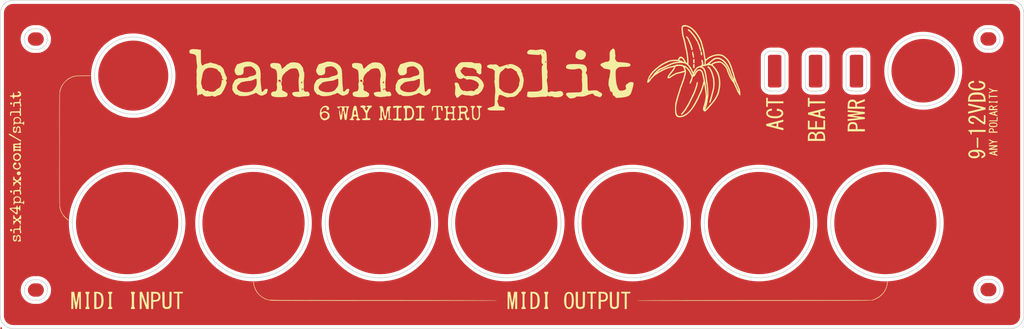
<source format=kicad_pcb>
(kicad_pcb (version 20171130) (host pcbnew "(5.1.2)-2")
  (layers (0 F.Cu signal) (31 B.Cu signal) (34 B.Paste user) (35 F.Paste user) (36 B.SilkS user) (37 F.SilkS user) (38 B.Mask user) (39 F.Mask user) (44 Edge.Cuts user))
  (net 0 "")
  (module LOGO (layer F.Cu) (at 0 0)
    (fp_text reference G*** hide)
    (fp_text value LOGO hide)
  )
  (module LOGO (layer F.Cu) (at 0 0)
    (fp_text reference G*** hide)
    (fp_text value LOGO hide)
  )
  (gr_line (start -77.3999 -25.600003) (end 77.5998 -25.600003) (layer Edge.Cuts) (width 0.1))
  (gr_line (start 77.5998 -25.600003) (end 77.80357 -25.589627) (layer Edge.Cuts) (width 0.1))
  (gr_line (start 77.80357 -25.589627) (end 78.00162 -25.559183) (layer Edge.Cuts) (width 0.1))
  (gr_line (start 78.00162 -25.559183) (end 78.19293 -25.509695) (layer Edge.Cuts) (width 0.1))
  (gr_line (start 78.19293 -25.509695) (end 78.37646 -25.442191) (layer Edge.Cuts) (width 0.1))
  (gr_line (start 78.37646 -25.442191) (end 78.55121 -25.357694) (layer Edge.Cuts) (width 0.1))
  (gr_line (start 78.55121 -25.357694) (end 78.71613 -25.25723) (layer Edge.Cuts) (width 0.1))
  (gr_line (start 78.71613 -25.25723) (end 78.87021 -25.141824) (layer Edge.Cuts) (width 0.1))
  (gr_line (start 78.87021 -25.141824) (end 79.01242 -25.012503) (layer Edge.Cuts) (width 0.1))
  (gr_line (start 79.01242 -25.012503) (end 79.14175 -24.870291) (layer Edge.Cuts) (width 0.1))
  (gr_line (start 79.14175 -24.870291) (end 79.25715 -24.716214) (layer Edge.Cuts) (width 0.1))
  (gr_line (start 79.25715 -24.716214) (end 79.35761 -24.551297) (layer Edge.Cuts) (width 0.1))
  (gr_line (start 79.35761 -24.551297) (end 79.44211 -24.376566) (layer Edge.Cuts) (width 0.1))
  (gr_line (start 79.44211 -24.376566) (end 79.50961 -24.193045) (layer Edge.Cuts) (width 0.1))
  (gr_line (start 79.50961 -24.193045) (end 79.55911 -24.001761) (layer Edge.Cuts) (width 0.1))
  (gr_line (start 79.55911 -24.001761) (end 79.58961 -23.803739) (layer Edge.Cuts) (width 0.1))
  (gr_line (start 79.58961 -23.803739) (end 79.60001 -23.600003) (layer Edge.Cuts) (width 0.1))
  (gr_line (start 79.60001 -23.600003) (end 79.60001 23.399995) (layer Edge.Cuts) (width 0.1))
  (gr_line (start 79.60001 23.399995) (end 79.58961 23.60373) (layer Edge.Cuts) (width 0.1))
  (gr_line (start 79.58961 23.60373) (end 79.55911 23.801753) (layer Edge.Cuts) (width 0.1))
  (gr_line (start 79.55911 23.801753) (end 79.50961 23.993037) (layer Edge.Cuts) (width 0.1))
  (gr_line (start 79.50961 23.993037) (end 79.44211 24.176557) (layer Edge.Cuts) (width 0.1))
  (gr_line (start 79.44211 24.176557) (end 79.35761 24.351289) (layer Edge.Cuts) (width 0.1))
  (gr_line (start 79.35761 24.351289) (end 79.25715 24.516206) (layer Edge.Cuts) (width 0.1))
  (gr_line (start 79.25715 24.516206) (end 79.14175 24.670283) (layer Edge.Cuts) (width 0.1))
  (gr_line (start 79.14175 24.670283) (end 79.01242 24.812495) (layer Edge.Cuts) (width 0.1))
  (gr_line (start 79.01242 24.812495) (end 78.87021 24.941816) (layer Edge.Cuts) (width 0.1))
  (gr_line (start 78.87021 24.941816) (end 78.71613 25.057222) (layer Edge.Cuts) (width 0.1))
  (gr_line (start 78.71613 25.057222) (end 78.55121 25.157685) (layer Edge.Cuts) (width 0.1))
  (gr_line (start 78.55121 25.157685) (end 78.37646 25.242185) (layer Edge.Cuts) (width 0.1))
  (gr_line (start 78.37646 25.242185) (end 78.19293 25.309685) (layer Edge.Cuts) (width 0.1))
  (gr_line (start 78.19293 25.309685) (end 78.00162 25.359175) (layer Edge.Cuts) (width 0.1))
  (gr_line (start 78.00162 25.359175) (end 77.80357 25.389615) (layer Edge.Cuts) (width 0.1))
  (gr_line (start 77.80357 25.389615) (end 77.5998 25.399995) (layer Edge.Cuts) (width 0.1))
  (gr_line (start 77.5998 25.399995) (end -77.3999 25.399995) (layer Edge.Cuts) (width 0.1))
  (gr_line (start -77.3999 25.399995) (end -77.603669 25.389615) (layer Edge.Cuts) (width 0.1))
  (gr_line (start -77.603669 25.389615) (end -77.801719 25.359175) (layer Edge.Cuts) (width 0.1))
  (gr_line (start -77.801719 25.359175) (end -77.993025 25.309685) (layer Edge.Cuts) (width 0.1))
  (gr_line (start -77.993025 25.309685) (end -78.176562 25.242185) (layer Edge.Cuts) (width 0.1))
  (gr_line (start -78.176562 25.242185) (end -78.351306 25.157685) (layer Edge.Cuts) (width 0.1))
  (gr_line (start -78.351306 25.157685) (end -78.51623 25.057222) (layer Edge.Cuts) (width 0.1))
  (gr_line (start -78.51623 25.057222) (end -78.670312 24.941816) (layer Edge.Cuts) (width 0.1))
  (gr_line (start -78.670312 24.941816) (end -78.812525 24.812495) (layer Edge.Cuts) (width 0.1))
  (gr_line (start -78.812525 24.812495) (end -78.941845 24.670283) (layer Edge.Cuts) (width 0.1))
  (gr_line (start -78.941845 24.670283) (end -79.057247 24.516206) (layer Edge.Cuts) (width 0.1))
  (gr_line (start -79.057247 24.516206) (end -79.157707 24.351289) (layer Edge.Cuts) (width 0.1))
  (gr_line (start -79.157707 24.351289) (end -79.2422 24.176557) (layer Edge.Cuts) (width 0.1))
  (gr_line (start -79.2422 24.176557) (end -79.3097 23.993037) (layer Edge.Cuts) (width 0.1))
  (gr_line (start -79.3097 23.993037) (end -79.359183 23.801753) (layer Edge.Cuts) (width 0.1))
  (gr_line (start -79.359183 23.801753) (end -79.389625 23.60373) (layer Edge.Cuts) (width 0.1))
  (gr_line (start -79.389625 23.60373) (end -79.4 23.399995) (layer Edge.Cuts) (width 0.1))
  (gr_line (start -79.4 23.399995) (end -79.4 -23.600003) (layer Edge.Cuts) (width 0.1))
  (gr_line (start -79.4 -23.600003) (end -79.389625 -23.803739) (layer Edge.Cuts) (width 0.1))
  (gr_line (start -79.389625 -23.803739) (end -79.359183 -24.001761) (layer Edge.Cuts) (width 0.1))
  (gr_line (start -79.359183 -24.001761) (end -79.3097 -24.193045) (layer Edge.Cuts) (width 0.1))
  (gr_line (start -79.3097 -24.193045) (end -79.2422 -24.376566) (layer Edge.Cuts) (width 0.1))
  (gr_line (start -79.2422 -24.376566) (end -79.157707 -24.551297) (layer Edge.Cuts) (width 0.1))
  (gr_line (start -79.157707 -24.551297) (end -79.057247 -24.716214) (layer Edge.Cuts) (width 0.1))
  (gr_line (start -79.057247 -24.716214) (end -78.941845 -24.870291) (layer Edge.Cuts) (width 0.1))
  (gr_line (start -78.941845 -24.870291) (end -78.812525 -25.012503) (layer Edge.Cuts) (width 0.1))
  (gr_line (start -78.812525 -25.012503) (end -78.670312 -25.141824) (layer Edge.Cuts) (width 0.1))
  (gr_line (start -78.670312 -25.141824) (end -78.51623 -25.25723) (layer Edge.Cuts) (width 0.1))
  (gr_line (start -78.51623 -25.25723) (end -78.351306 -25.357694) (layer Edge.Cuts) (width 0.1))
  (gr_line (start -78.351306 -25.357694) (end -78.176562 -25.442191) (layer Edge.Cuts) (width 0.1))
  (gr_line (start -78.176562 -25.442191) (end -77.993025 -25.509695) (layer Edge.Cuts) (width 0.1))
  (gr_line (start -77.993025 -25.509695) (end -77.801719 -25.559183) (layer Edge.Cuts) (width 0.1))
  (gr_line (start -77.801719 -25.559183) (end -77.603669 -25.589627) (layer Edge.Cuts) (width 0.1))
  (gr_line (start -77.603669 -25.589627) (end -77.3999 -25.600003) (layer Edge.Cuts) (width 0.1))
  (gr_line (start -77.3999 -25.600003) (end -77.3999 -25.600003) (layer Edge.Cuts) (width 0.1))
  (gr_line (start -77.3999 -25.600003) (end -77.3999 -25.600003) (layer Edge.Cuts) (width 0.1))
  (gr_line (start -51.199001 8.999897) (end -51.209451 9.421388) (layer Edge.Cuts) (width 0.1))
  (gr_line (start -51.209451 9.421388) (end -51.240601 9.840018) (layer Edge.Cuts) (width 0.1))
  (gr_line (start -51.240601 9.840018) (end -51.292161 10.25509) (layer Edge.Cuts) (width 0.1))
  (gr_line (start -51.292161 10.25509) (end -51.363841 10.665908) (layer Edge.Cuts) (width 0.1))
  (gr_line (start -51.363841 10.665908) (end -51.455361 11.071776) (layer Edge.Cuts) (width 0.1))
  (gr_line (start -51.455361 11.071776) (end -51.566424 11.471996) (layer Edge.Cuts) (width 0.1))
  (gr_line (start -51.566424 11.471996) (end -51.696745 11.865871) (layer Edge.Cuts) (width 0.1))
  (gr_line (start -51.696745 11.865871) (end -51.846034 12.252706) (layer Edge.Cuts) (width 0.1))
  (gr_line (start -51.846034 12.252706) (end -52.014004 12.631803) (layer Edge.Cuts) (width 0.1))
  (gr_line (start -52.014004 12.631803) (end -52.200365 13.002466) (layer Edge.Cuts) (width 0.1))
  (gr_line (start -52.200365 13.002466) (end -52.40483 13.363997) (layer Edge.Cuts) (width 0.1))
  (gr_line (start -52.40483 13.363997) (end -52.62711 13.715701) (layer Edge.Cuts) (width 0.1))
  (gr_line (start -52.62711 13.715701) (end -52.866915 14.056881) (layer Edge.Cuts) (width 0.1))
  (gr_line (start -52.866915 14.056881) (end -53.123958 14.386839) (layer Edge.Cuts) (width 0.1))
  (gr_line (start -53.123958 14.386839) (end -53.39795 14.704879) (layer Edge.Cuts) (width 0.1))
  (gr_line (start -53.39795 14.704879) (end -53.688602 15.010305) (layer Edge.Cuts) (width 0.1))
  (gr_line (start -53.688602 15.010305) (end -53.994028 15.300957) (layer Edge.Cuts) (width 0.1))
  (gr_line (start -53.994028 15.300957) (end -54.312068 15.574949) (layer Edge.Cuts) (width 0.1))
  (gr_line (start -54.312068 15.574949) (end -54.642026 15.831992) (layer Edge.Cuts) (width 0.1))
  (gr_line (start -54.642026 15.831992) (end -54.983206 16.071797) (layer Edge.Cuts) (width 0.1))
  (gr_line (start -54.983206 16.071797) (end -55.33491 16.294077) (layer Edge.Cuts) (width 0.1))
  (gr_line (start -55.33491 16.294077) (end -55.696441 16.498542) (layer Edge.Cuts) (width 0.1))
  (gr_line (start -55.696441 16.498542) (end -56.067104 16.684903) (layer Edge.Cuts) (width 0.1))
  (gr_line (start -56.067104 16.684903) (end -56.446201 16.852873) (layer Edge.Cuts) (width 0.1))
  (gr_line (start -56.446201 16.852873) (end -56.833036 17.002162) (layer Edge.Cuts) (width 0.1))
  (gr_line (start -56.833036 17.002162) (end -57.226911 17.132483) (layer Edge.Cuts) (width 0.1))
  (gr_line (start -57.226911 17.132483) (end -57.627131 17.243546) (layer Edge.Cuts) (width 0.1))
  (gr_line (start -57.627131 17.243546) (end -58.032999 17.335066) (layer Edge.Cuts) (width 0.1))
  (gr_line (start -58.032999 17.335066) (end -58.443817 17.406746) (layer Edge.Cuts) (width 0.1))
  (gr_line (start -58.443817 17.406746) (end -58.858889 17.458306) (layer Edge.Cuts) (width 0.1))
  (gr_line (start -58.858889 17.458306) (end -59.277519 17.489456) (layer Edge.Cuts) (width 0.1))
  (gr_line (start -59.277519 17.489456) (end -59.69901 17.499906) (layer Edge.Cuts) (width 0.1))
  (gr_line (start -59.69901 17.499906) (end -60.120501 17.489456) (layer Edge.Cuts) (width 0.1))
  (gr_line (start -60.120501 17.489456) (end -60.539131 17.458306) (layer Edge.Cuts) (width 0.1))
  (gr_line (start -60.539131 17.458306) (end -60.954203 17.406746) (layer Edge.Cuts) (width 0.1))
  (gr_line (start -60.954203 17.406746) (end -61.365021 17.335066) (layer Edge.Cuts) (width 0.1))
  (gr_line (start -61.365021 17.335066) (end -61.770889 17.243546) (layer Edge.Cuts) (width 0.1))
  (gr_line (start -61.770889 17.243546) (end -62.171109 17.132483) (layer Edge.Cuts) (width 0.1))
  (gr_line (start -62.171109 17.132483) (end -62.564984 17.002162) (layer Edge.Cuts) (width 0.1))
  (gr_line (start -62.564984 17.002162) (end -62.951819 16.852873) (layer Edge.Cuts) (width 0.1))
  (gr_line (start -62.951819 16.852873) (end -63.330916 16.684903) (layer Edge.Cuts) (width 0.1))
  (gr_line (start -63.330916 16.684903) (end -63.701579 16.498542) (layer Edge.Cuts) (width 0.1))
  (gr_line (start -63.701579 16.498542) (end -64.06311 16.294077) (layer Edge.Cuts) (width 0.1))
  (gr_line (start -64.06311 16.294077) (end -64.414814 16.071797) (layer Edge.Cuts) (width 0.1))
  (gr_line (start -64.414814 16.071797) (end -64.755994 15.831992) (layer Edge.Cuts) (width 0.1))
  (gr_line (start -64.755994 15.831992) (end -65.085952 15.574949) (layer Edge.Cuts) (width 0.1))
  (gr_line (start -65.085952 15.574949) (end -65.403992 15.300957) (layer Edge.Cuts) (width 0.1))
  (gr_line (start -65.403992 15.300957) (end -65.709418 15.010305) (layer Edge.Cuts) (width 0.1))
  (gr_line (start -65.709418 15.010305) (end -66.00007 14.704879) (layer Edge.Cuts) (width 0.1))
  (gr_line (start -66.00007 14.704879) (end -66.274062 14.386839) (layer Edge.Cuts) (width 0.1))
  (gr_line (start -66.274062 14.386839) (end -66.531105 14.056881) (layer Edge.Cuts) (width 0.1))
  (gr_line (start -66.531105 14.056881) (end -66.77091 13.715701) (layer Edge.Cuts) (width 0.1))
  (gr_line (start -66.77091 13.715701) (end -66.99319 13.363997) (layer Edge.Cuts) (width 0.1))
  (gr_line (start -66.99319 13.363997) (end -67.197655 13.002466) (layer Edge.Cuts) (width 0.1))
  (gr_line (start -67.197655 13.002466) (end -67.384016 12.631803) (layer Edge.Cuts) (width 0.1))
  (gr_line (start -67.384016 12.631803) (end -67.551986 12.252706) (layer Edge.Cuts) (width 0.1))
  (gr_line (start -67.551986 12.252706) (end -67.701275 11.865871) (layer Edge.Cuts) (width 0.1))
  (gr_line (start -67.701275 11.865871) (end -67.831596 11.471996) (layer Edge.Cuts) (width 0.1))
  (gr_line (start -67.831596 11.471996) (end -67.942659 11.071776) (layer Edge.Cuts) (width 0.1))
  (gr_line (start -67.942659 11.071776) (end -68.034179 10.665908) (layer Edge.Cuts) (width 0.1))
  (gr_line (start -68.034179 10.665908) (end -68.105859 10.25509) (layer Edge.Cuts) (width 0.1))
  (gr_line (start -68.105859 10.25509) (end -68.157419 9.840018) (layer Edge.Cuts) (width 0.1))
  (gr_line (start -68.157419 9.840018) (end -68.188569 9.421388) (layer Edge.Cuts) (width 0.1))
  (gr_line (start -68.188569 9.421388) (end -68.199019 8.999897) (layer Edge.Cuts) (width 0.1))
  (gr_line (start -68.199019 8.999897) (end -68.188569 8.578406) (layer Edge.Cuts) (width 0.1))
  (gr_line (start -68.188569 8.578406) (end -68.157419 8.159776) (layer Edge.Cuts) (width 0.1))
  (gr_line (start -68.157419 8.159776) (end -68.105859 7.744704) (layer Edge.Cuts) (width 0.1))
  (gr_line (start -68.105859 7.744704) (end -68.034179 7.333886) (layer Edge.Cuts) (width 0.1))
  (gr_line (start -68.034179 7.333886) (end -67.942659 6.928018) (layer Edge.Cuts) (width 0.1))
  (gr_line (start -67.942659 6.928018) (end -67.831596 6.527798) (layer Edge.Cuts) (width 0.1))
  (gr_line (start -67.831596 6.527798) (end -67.701275 6.133923) (layer Edge.Cuts) (width 0.1))
  (gr_line (start -67.701275 6.133923) (end -67.551986 5.747088) (layer Edge.Cuts) (width 0.1))
  (gr_line (start -67.551986 5.747088) (end -67.384016 5.367991) (layer Edge.Cuts) (width 0.1))
  (gr_line (start -67.384016 5.367991) (end -67.197655 4.997328) (layer Edge.Cuts) (width 0.1))
  (gr_line (start -67.197655 4.997328) (end -66.99319 4.635797) (layer Edge.Cuts) (width 0.1))
  (gr_line (start -66.99319 4.635797) (end -66.77091 4.284093) (layer Edge.Cuts) (width 0.1))
  (gr_line (start -66.77091 4.284093) (end -66.531105 3.942913) (layer Edge.Cuts) (width 0.1))
  (gr_line (start -66.531105 3.942913) (end -66.274062 3.612955) (layer Edge.Cuts) (width 0.1))
  (gr_line (start -66.274062 3.612955) (end -66.00007 3.294915) (layer Edge.Cuts) (width 0.1))
  (gr_line (start -66.00007 3.294915) (end -65.709418 2.989489) (layer Edge.Cuts) (width 0.1))
  (gr_line (start -65.709418 2.989489) (end -65.403992 2.698837) (layer Edge.Cuts) (width 0.1))
  (gr_line (start -65.403992 2.698837) (end -65.085952 2.424845) (layer Edge.Cuts) (width 0.1))
  (gr_line (start -65.085952 2.424845) (end -64.755994 2.167802) (layer Edge.Cuts) (width 0.1))
  (gr_line (start -64.755994 2.167802) (end -64.414814 1.927997) (layer Edge.Cuts) (width 0.1))
  (gr_line (start -64.414814 1.927997) (end -64.06311 1.705717) (layer Edge.Cuts) (width 0.1))
  (gr_line (start -64.06311 1.705717) (end -63.701579 1.501252) (layer Edge.Cuts) (width 0.1))
  (gr_line (start -63.701579 1.501252) (end -63.330916 1.314891) (layer Edge.Cuts) (width 0.1))
  (gr_line (start -63.330916 1.314891) (end -62.951819 1.146921) (layer Edge.Cuts) (width 0.1))
  (gr_line (start -62.951819 1.146921) (end -62.564984 0.997632) (layer Edge.Cuts) (width 0.1))
  (gr_line (start -62.564984 0.997632) (end -62.171109 0.867311) (layer Edge.Cuts) (width 0.1))
  (gr_line (start -62.171109 0.867311) (end -61.770889 0.756248) (layer Edge.Cuts) (width 0.1))
  (gr_line (start -61.770889 0.756248) (end -61.365021 0.664728) (layer Edge.Cuts) (width 0.1))
  (gr_line (start -61.365021 0.664728) (end -60.954203 0.593048) (layer Edge.Cuts) (width 0.1))
  (gr_line (start -60.954203 0.593048) (end -60.539131 0.541488) (layer Edge.Cuts) (width 0.1))
  (gr_line (start -60.539131 0.541488) (end -60.120501 0.510338) (layer Edge.Cuts) (width 0.1))
  (gr_line (start -60.120501 0.510338) (end -59.69901 0.499888) (layer Edge.Cuts) (width 0.1))
  (gr_line (start -59.69901 0.499888) (end -59.277519 0.510338) (layer Edge.Cuts) (width 0.1))
  (gr_line (start -59.277519 0.510338) (end -58.858889 0.541488) (layer Edge.Cuts) (width 0.1))
  (gr_line (start -58.858889 0.541488) (end -58.443817 0.593048) (layer Edge.Cuts) (width 0.1))
  (gr_line (start -58.443817 0.593048) (end -58.032999 0.664728) (layer Edge.Cuts) (width 0.1))
  (gr_line (start -58.032999 0.664728) (end -57.627131 0.756248) (layer Edge.Cuts) (width 0.1))
  (gr_line (start -57.627131 0.756248) (end -57.226911 0.867311) (layer Edge.Cuts) (width 0.1))
  (gr_line (start -57.226911 0.867311) (end -56.833036 0.997632) (layer Edge.Cuts) (width 0.1))
  (gr_line (start -56.833036 0.997632) (end -56.446201 1.146921) (layer Edge.Cuts) (width 0.1))
  (gr_line (start -56.446201 1.146921) (end -56.067104 1.314891) (layer Edge.Cuts) (width 0.1))
  (gr_line (start -56.067104 1.314891) (end -55.696441 1.501252) (layer Edge.Cuts) (width 0.1))
  (gr_line (start -55.696441 1.501252) (end -55.33491 1.705717) (layer Edge.Cuts) (width 0.1))
  (gr_line (start -55.33491 1.705717) (end -54.983206 1.927997) (layer Edge.Cuts) (width 0.1))
  (gr_line (start -54.983206 1.927997) (end -54.642026 2.167802) (layer Edge.Cuts) (width 0.1))
  (gr_line (start -54.642026 2.167802) (end -54.312068 2.424845) (layer Edge.Cuts) (width 0.1))
  (gr_line (start -54.312068 2.424845) (end -53.994028 2.698837) (layer Edge.Cuts) (width 0.1))
  (gr_line (start -53.994028 2.698837) (end -53.688602 2.989489) (layer Edge.Cuts) (width 0.1))
  (gr_line (start -53.688602 2.989489) (end -53.39795 3.294915) (layer Edge.Cuts) (width 0.1))
  (gr_line (start -53.39795 3.294915) (end -53.123958 3.612955) (layer Edge.Cuts) (width 0.1))
  (gr_line (start -53.123958 3.612955) (end -52.866915 3.942913) (layer Edge.Cuts) (width 0.1))
  (gr_line (start -52.866915 3.942913) (end -52.62711 4.284093) (layer Edge.Cuts) (width 0.1))
  (gr_line (start -52.62711 4.284093) (end -52.40483 4.635797) (layer Edge.Cuts) (width 0.1))
  (gr_line (start -52.40483 4.635797) (end -52.200365 4.997328) (layer Edge.Cuts) (width 0.1))
  (gr_line (start -52.200365 4.997328) (end -52.014004 5.367991) (layer Edge.Cuts) (width 0.1))
  (gr_line (start -52.014004 5.367991) (end -51.846034 5.747088) (layer Edge.Cuts) (width 0.1))
  (gr_line (start -51.846034 5.747088) (end -51.696745 6.133923) (layer Edge.Cuts) (width 0.1))
  (gr_line (start -51.696745 6.133923) (end -51.566424 6.527798) (layer Edge.Cuts) (width 0.1))
  (gr_line (start -51.566424 6.527798) (end -51.455361 6.928018) (layer Edge.Cuts) (width 0.1))
  (gr_line (start -51.455361 6.928018) (end -51.363841 7.333886) (layer Edge.Cuts) (width 0.1))
  (gr_line (start -51.363841 7.333886) (end -51.292161 7.744704) (layer Edge.Cuts) (width 0.1))
  (gr_line (start -51.292161 7.744704) (end -51.240601 8.159776) (layer Edge.Cuts) (width 0.1))
  (gr_line (start -51.240601 8.159776) (end -51.209451 8.578406) (layer Edge.Cuts) (width 0.1))
  (gr_line (start -51.209451 8.578406) (end -51.199001 8.999897) (layer Edge.Cuts) (width 0.1))
  (gr_line (start -51.199001 8.999897) (end -51.199001 8.999897) (layer Edge.Cuts) (width 0.1))
  (gr_line (start -51.199001 8.999897) (end -51.199001 8.999897) (layer Edge.Cuts) (width 0.1))
  (gr_line (start 53 -17.700103) (end 54.2 -17.700103) (layer Edge.Cuts) (width 0.1))
  (gr_line (start 54.2 -17.700103) (end 54.40203 -17.683507) (layer Edge.Cuts) (width 0.1))
  (gr_line (start 54.40203 -17.683507) (end 54.58997 -17.635884) (layer Edge.Cuts) (width 0.1))
  (gr_line (start 54.58997 -17.635884) (end 54.75986 -17.56048) (layer Edge.Cuts) (width 0.1))
  (gr_line (start 54.75986 -17.56048) (end 54.90775 -17.460543) (layer Edge.Cuts) (width 0.1))
  (gr_line (start 54.90775 -17.460543) (end 55.02967 -17.339319) (layer Edge.Cuts) (width 0.1))
  (gr_line (start 55.02967 -17.339319) (end 55.12167 -17.200055) (layer Edge.Cuts) (width 0.1))
  (gr_line (start 55.12167 -17.200055) (end 55.17977 -17.045997) (layer Edge.Cuts) (width 0.1))
  (gr_line (start 55.17977 -17.045997) (end 55.19997 -16.880394) (layer Edge.Cuts) (width 0.1))
  (gr_line (start 55.19997 -16.880394) (end 55.19997 -12.319813) (layer Edge.Cuts) (width 0.1))
  (gr_line (start 55.19997 -12.319813) (end 55.17977 -12.154209) (layer Edge.Cuts) (width 0.1))
  (gr_line (start 55.17977 -12.154209) (end 55.12167 -12.000152) (layer Edge.Cuts) (width 0.1))
  (gr_line (start 55.12167 -12.000152) (end 55.02967 -11.860888) (layer Edge.Cuts) (width 0.1))
  (gr_line (start 55.02967 -11.860888) (end 54.90775 -11.739663) (layer Edge.Cuts) (width 0.1))
  (gr_line (start 54.90775 -11.739663) (end 54.75986 -11.639723) (layer Edge.Cuts) (width 0.1))
  (gr_line (start 54.75986 -11.639723) (end 54.58997 -11.564323) (layer Edge.Cuts) (width 0.1))
  (gr_line (start 54.58997 -11.564323) (end 54.40203 -11.516703) (layer Edge.Cuts) (width 0.1))
  (gr_line (start 54.40203 -11.516703) (end 54.2 -11.500103) (layer Edge.Cuts) (width 0.1))
  (gr_line (start 54.2 -11.500103) (end 53 -11.500103) (layer Edge.Cuts) (width 0.1))
  (gr_line (start 53 -11.500103) (end 52.79797 -11.516703) (layer Edge.Cuts) (width 0.1))
  (gr_line (start 52.79797 -11.516703) (end 52.61003 -11.564323) (layer Edge.Cuts) (width 0.1))
  (gr_line (start 52.61003 -11.564323) (end 52.44014 -11.639723) (layer Edge.Cuts) (width 0.1))
  (gr_line (start 52.44014 -11.639723) (end 52.29225 -11.739663) (layer Edge.Cuts) (width 0.1))
  (gr_line (start 52.29225 -11.739663) (end 52.17033 -11.860888) (layer Edge.Cuts) (width 0.1))
  (gr_line (start 52.17033 -11.860888) (end 52.07833 -12.000152) (layer Edge.Cuts) (width 0.1))
  (gr_line (start 52.07833 -12.000152) (end 52.02023 -12.154209) (layer Edge.Cuts) (width 0.1))
  (gr_line (start 52.02023 -12.154209) (end 52 -12.319813) (layer Edge.Cuts) (width 0.1))
  (gr_line (start 52 -12.319813) (end 52 -16.880393) (layer Edge.Cuts) (width 0.1))
  (gr_line (start 52 -16.880393) (end 52.0203 -17.045997) (layer Edge.Cuts) (width 0.1))
  (gr_line (start 52.0203 -17.045997) (end 52.0784 -17.200055) (layer Edge.Cuts) (width 0.1))
  (gr_line (start 52.0784 -17.200055) (end 52.1704 -17.339319) (layer Edge.Cuts) (width 0.1))
  (gr_line (start 52.1704 -17.339319) (end 52.29232 -17.460543) (layer Edge.Cuts) (width 0.1))
  (gr_line (start 52.29232 -17.460543) (end 52.44021 -17.56048) (layer Edge.Cuts) (width 0.1))
  (gr_line (start 52.44021 -17.56048) (end 52.6101 -17.635884) (layer Edge.Cuts) (width 0.1))
  (gr_line (start 52.6101 -17.635884) (end 52.79804 -17.683507) (layer Edge.Cuts) (width 0.1))
  (gr_line (start 52.79804 -17.683507) (end 53.00007 -17.700103) (layer Edge.Cuts) (width 0.1))
  (gr_line (start 53.00007 -17.700103) (end 53.00007 -17.700103) (layer Edge.Cuts) (width 0.1))
  (gr_line (start 53.00007 -17.700103) (end 53 -17.700103) (layer Edge.Cuts) (width 0.1))
  (gr_line (start 69.4801 -14.662204) (end 69.4532 -14.118597) (layer Edge.Cuts) (width 0.1))
  (gr_line (start 69.4532 -14.118597) (end 69.3734 -13.584197) (layer Edge.Cuts) (width 0.1))
  (gr_line (start 69.3734 -13.584197) (end 69.24232 -13.062611) (layer Edge.Cuts) (width 0.1))
  (gr_line (start 69.24232 -13.062611) (end 69.0614 -12.557445) (layer Edge.Cuts) (width 0.1))
  (gr_line (start 69.0614 -12.557445) (end 68.83212 -12.072306) (layer Edge.Cuts) (width 0.1))
  (gr_line (start 68.83212 -12.072306) (end 68.556 -11.610801) (layer Edge.Cuts) (width 0.1))
  (gr_line (start 68.556 -11.610801) (end 68.23451 -11.176536) (layer Edge.Cuts) (width 0.1))
  (gr_line (start 68.23451 -11.176536) (end 67.86915 -10.773117) (layer Edge.Cuts) (width 0.1))
  (gr_line (start 67.86915 -10.773117) (end 67.46573 -10.407759) (layer Edge.Cuts) (width 0.1))
  (gr_line (start 67.46573 -10.407759) (end 67.03146 -10.086269) (layer Edge.Cuts) (width 0.1))
  (gr_line (start 67.03146 -10.086269) (end 66.56996 -9.81014) (layer Edge.Cuts) (width 0.1))
  (gr_line (start 66.56996 -9.81014) (end 66.08482 -9.580867) (layer Edge.Cuts) (width 0.1))
  (gr_line (start 66.08482 -9.580867) (end 65.57965 -9.399942) (layer Edge.Cuts) (width 0.1))
  (gr_line (start 65.57965 -9.399942) (end 65.05807 -9.268861) (layer Edge.Cuts) (width 0.1))
  (gr_line (start 65.05807 -9.268861) (end 64.52367 -9.189121) (layer Edge.Cuts) (width 0.1))
  (gr_line (start 64.52367 -9.189121) (end 63.98006 -9.162211) (layer Edge.Cuts) (width 0.1))
  (gr_line (start 63.98006 -9.162211) (end 63.43645 -9.189121) (layer Edge.Cuts) (width 0.1))
  (gr_line (start 63.43645 -9.189121) (end 62.90205 -9.268861) (layer Edge.Cuts) (width 0.1))
  (gr_line (start 62.90205 -9.268861) (end 62.38047 -9.399942) (layer Edge.Cuts) (width 0.1))
  (gr_line (start 62.38047 -9.399942) (end 61.8753 -9.580867) (layer Edge.Cuts) (width 0.1))
  (gr_line (start 61.8753 -9.580867) (end 61.39016 -9.81014) (layer Edge.Cuts) (width 0.1))
  (gr_line (start 61.39016 -9.81014) (end 60.92866 -10.086269) (layer Edge.Cuts) (width 0.1))
  (gr_line (start 60.92866 -10.086269) (end 60.49439 -10.407759) (layer Edge.Cuts) (width 0.1))
  (gr_line (start 60.49439 -10.407759) (end 60.09097 -10.773117) (layer Edge.Cuts) (width 0.1))
  (gr_line (start 60.09097 -10.773117) (end 59.72561 -11.176536) (layer Edge.Cuts) (width 0.1))
  (gr_line (start 59.72561 -11.176536) (end 59.40412 -11.610801) (layer Edge.Cuts) (width 0.1))
  (gr_line (start 59.40412 -11.610801) (end 59.128 -12.072306) (layer Edge.Cuts) (width 0.1))
  (gr_line (start 59.128 -12.072306) (end 58.89872 -12.557445) (layer Edge.Cuts) (width 0.1))
  (gr_line (start 58.89872 -12.557445) (end 58.7178 -13.062611) (layer Edge.Cuts) (width 0.1))
  (gr_line (start 58.7178 -13.062611) (end 58.58672 -13.584197) (layer Edge.Cuts) (width 0.1))
  (gr_line (start 58.58672 -13.584197) (end 58.50702 -14.118597) (layer Edge.Cuts) (width 0.1))
  (gr_line (start 58.50702 -14.118597) (end 58.48012 -14.662204) (layer Edge.Cuts) (width 0.1))
  (gr_line (start 58.48012 -14.662204) (end 58.50852 -15.224547) (layer Edge.Cuts) (width 0.1))
  (gr_line (start 58.50852 -15.224547) (end 58.59182 -15.770646) (layer Edge.Cuts) (width 0.1))
  (gr_line (start 58.59182 -15.770646) (end 58.72735 -16.297736) (layer Edge.Cuts) (width 0.1))
  (gr_line (start 58.72735 -16.297736) (end 58.9123 -16.803052) (layer Edge.Cuts) (width 0.1))
  (gr_line (start 58.9123 -16.803052) (end 59.1439 -17.283831) (layer Edge.Cuts) (width 0.1))
  (gr_line (start 59.1439 -17.283831) (end 59.41939 -17.737306) (layer Edge.Cuts) (width 0.1))
  (gr_line (start 59.41939 -17.737306) (end 59.73601 -18.160715) (layer Edge.Cuts) (width 0.1))
  (gr_line (start 59.73601 -18.160715) (end 60.09099 -18.551291) (layer Edge.Cuts) (width 0.1))
  (gr_line (start 60.09099 -18.551291) (end 60.48157 -18.906271) (layer Edge.Cuts) (width 0.1))
  (gr_line (start 60.48157 -18.906271) (end 60.90498 -19.22289) (layer Edge.Cuts) (width 0.1))
  (gr_line (start 60.90498 -19.22289) (end 61.35845 -19.498383) (layer Edge.Cuts) (width 0.1))
  (gr_line (start 61.35845 -19.498383) (end 61.83923 -19.729987) (layer Edge.Cuts) (width 0.1))
  (gr_line (start 61.83923 -19.729987) (end 62.34455 -19.914935) (layer Edge.Cuts) (width 0.1))
  (gr_line (start 62.34455 -19.914935) (end 62.87164 -20.050463) (layer Edge.Cuts) (width 0.1))
  (gr_line (start 62.87164 -20.050463) (end 63.41774 -20.133807) (layer Edge.Cuts) (width 0.1))
  (gr_line (start 63.41774 -20.133807) (end 63.98008 -20.162203) (layer Edge.Cuts) (width 0.1))
  (gr_line (start 63.98008 -20.162203) (end 64.54242 -20.133807) (layer Edge.Cuts) (width 0.1))
  (gr_line (start 64.54242 -20.133807) (end 65.08852 -20.050463) (layer Edge.Cuts) (width 0.1))
  (gr_line (start 65.08852 -20.050463) (end 65.61561 -19.914935) (layer Edge.Cuts) (width 0.1))
  (gr_line (start 65.61561 -19.914935) (end 66.12093 -19.729987) (layer Edge.Cuts) (width 0.1))
  (gr_line (start 66.12093 -19.729987) (end 66.60171 -19.498383) (layer Edge.Cuts) (width 0.1))
  (gr_line (start 66.60171 -19.498383) (end 67.05518 -19.22289) (layer Edge.Cuts) (width 0.1))
  (gr_line (start 67.05518 -19.22289) (end 67.47859 -18.906271) (layer Edge.Cuts) (width 0.1))
  (gr_line (start 67.47859 -18.906271) (end 67.86917 -18.551291) (layer Edge.Cuts) (width 0.1))
  (gr_line (start 67.86917 -18.551291) (end 68.22415 -18.160715) (layer Edge.Cuts) (width 0.1))
  (gr_line (start 68.22415 -18.160715) (end 68.54077 -17.737306) (layer Edge.Cuts) (width 0.1))
  (gr_line (start 68.54077 -17.737306) (end 68.81626 -17.283831) (layer Edge.Cuts) (width 0.1))
  (gr_line (start 68.81626 -17.283831) (end 69.04786 -16.803052) (layer Edge.Cuts) (width 0.1))
  (gr_line (start 69.04786 -16.803052) (end 69.23281 -16.297736) (layer Edge.Cuts) (width 0.1))
  (gr_line (start 69.23281 -16.297736) (end 69.36834 -15.770646) (layer Edge.Cuts) (width 0.1))
  (gr_line (start 69.36834 -15.770646) (end 69.45164 -15.224547) (layer Edge.Cuts) (width 0.1))
  (gr_line (start 69.45164 -15.224547) (end 69.48004 -14.662204) (layer Edge.Cuts) (width 0.1))
  (gr_line (start 69.48004 -14.662204) (end 69.48004 -14.662204) (layer Edge.Cuts) (width 0.1))
  (gr_line (start 69.48004 -14.662204) (end 69.4801 -14.662204) (layer Edge.Cuts) (width 0.1))
  (gr_line (start 74.1 -18.012403) (end 73.9 -18.000003) (layer Edge.Cuts) (width 0.1))
  (gr_line (start 73.9 -18.000003) (end 73.7364 -18.008263) (layer Edge.Cuts) (width 0.1))
  (gr_line (start 73.7364 -18.008263) (end 73.57753 -18.032507) (layer Edge.Cuts) (width 0.1))
  (gr_line (start 73.57753 -18.032507) (end 73.42419 -18.071931) (layer Edge.Cuts) (width 0.1))
  (gr_line (start 73.42419 -18.071931) (end 73.27719 -18.125732) (layer Edge.Cuts) (width 0.1))
  (gr_line (start 73.27719 -18.125732) (end 73.13733 -18.193105) (layer Edge.Cuts) (width 0.1))
  (gr_line (start 73.13733 -18.193105) (end 73.00541 -18.273246) (layer Edge.Cuts) (width 0.1))
  (gr_line (start 73.00541 -18.273246) (end 72.76861 -18.468616) (layer Edge.Cuts) (width 0.1))
  (gr_line (start 72.76861 -18.468616) (end 72.57324 -18.705408) (layer Edge.Cuts) (width 0.1))
  (gr_line (start 72.57324 -18.705408) (end 72.49314 -18.837328) (layer Edge.Cuts) (width 0.1))
  (gr_line (start 72.49314 -18.837328) (end 72.42574 -18.977192) (layer Edge.Cuts) (width 0.1))
  (gr_line (start 72.42574 -18.977192) (end 72.37194 -19.124196) (layer Edge.Cuts) (width 0.1))
  (gr_line (start 72.37194 -19.124196) (end 72.33254 -19.277535) (layer Edge.Cuts) (width 0.1))
  (gr_line (start 72.33254 -19.277535) (end 72.30834 -19.436405) (layer Edge.Cuts) (width 0.1))
  (gr_line (start 72.30834 -19.436405) (end 72.30034 -19.600003) (layer Edge.Cuts) (width 0.1))
  (gr_line (start 72.30034 -19.600003) (end 72.30834 -19.763601) (layer Edge.Cuts) (width 0.1))
  (gr_line (start 72.30834 -19.763601) (end 72.33254 -19.922472) (layer Edge.Cuts) (width 0.1))
  (gr_line (start 72.33254 -19.922472) (end 72.37194 -20.075811) (layer Edge.Cuts) (width 0.1))
  (gr_line (start 72.37194 -20.075811) (end 72.42574 -20.222814) (layer Edge.Cuts) (width 0.1))
  (gr_line (start 72.42574 -20.222814) (end 72.49314 -20.362678) (layer Edge.Cuts) (width 0.1))
  (gr_line (start 72.49314 -20.362678) (end 72.57324 -20.494598) (layer Edge.Cuts) (width 0.1))
  (gr_line (start 72.57324 -20.494598) (end 72.76861 -20.73139) (layer Edge.Cuts) (width 0.1))
  (gr_line (start 72.76861 -20.73139) (end 73.00541 -20.92676) (layer Edge.Cuts) (width 0.1))
  (gr_line (start 73.00541 -20.92676) (end 73.13733 -21.006901) (layer Edge.Cuts) (width 0.1))
  (gr_line (start 73.13733 -21.006901) (end 73.27719 -21.074274) (layer Edge.Cuts) (width 0.1))
  (gr_line (start 73.27719 -21.074274) (end 73.42419 -21.128075) (layer Edge.Cuts) (width 0.1))
  (gr_line (start 73.42419 -21.128075) (end 73.57753 -21.167499) (layer Edge.Cuts) (width 0.1))
  (gr_line (start 73.57753 -21.167499) (end 73.7364 -21.191743) (layer Edge.Cuts) (width 0.1))
  (gr_line (start 73.7364 -21.191743) (end 73.9 -21.200003) (layer Edge.Cuts) (width 0.1))
  (gr_line (start 73.9 -21.200003) (end 74.1 -21.187603) (layer Edge.Cuts) (width 0.1))
  (gr_line (start 74.1043 17.752996) (end 74.3043 17.740596) (layer Edge.Cuts) (width 0.1))
  (gr_line (start 74.3043 17.740596) (end 74.4679 17.748896) (layer Edge.Cuts) (width 0.1))
  (gr_line (start 74.4679 17.748896) (end 74.62677 17.773136) (layer Edge.Cuts) (width 0.1))
  (gr_line (start 74.62677 17.773136) (end 74.78011 17.812566) (layer Edge.Cuts) (width 0.1))
  (gr_line (start 74.78011 17.812566) (end 74.92711 17.866366) (layer Edge.Cuts) (width 0.1))
  (gr_line (start 74.92711 17.866366) (end 75.06697 17.933736) (layer Edge.Cuts) (width 0.1))
  (gr_line (start 75.06697 17.933736) (end 75.19889 18.013876) (layer Edge.Cuts) (width 0.1))
  (gr_line (start 75.19889 18.013876) (end 75.43569 18.209246) (layer Edge.Cuts) (width 0.1))
  (gr_line (start 75.43569 18.209246) (end 75.63106 18.446038) (layer Edge.Cuts) (width 0.1))
  (gr_line (start 75.63106 18.446038) (end 75.71116 18.577958) (layer Edge.Cuts) (width 0.1))
  (gr_line (start 75.71116 18.577958) (end 75.77856 18.717822) (layer Edge.Cuts) (width 0.1))
  (gr_line (start 75.77856 18.717822) (end 75.83236 18.864825) (layer Edge.Cuts) (width 0.1))
  (gr_line (start 75.83236 18.864825) (end 75.87176 19.018164) (layer Edge.Cuts) (width 0.1))
  (gr_line (start 75.87176 19.018164) (end 75.89596 19.177035) (layer Edge.Cuts) (width 0.1))
  (gr_line (start 75.89596 19.177035) (end 75.90396 19.340633) (layer Edge.Cuts) (width 0.1))
  (gr_line (start 75.90396 19.340633) (end 75.89596 19.504231) (layer Edge.Cuts) (width 0.1))
  (gr_line (start 75.89596 19.504231) (end 75.87176 19.663102) (layer Edge.Cuts) (width 0.1))
  (gr_line (start 75.87176 19.663102) (end 75.83236 19.816441) (layer Edge.Cuts) (width 0.1))
  (gr_line (start 75.83236 19.816441) (end 75.77856 19.963444) (layer Edge.Cuts) (width 0.1))
  (gr_line (start 75.77856 19.963444) (end 75.71116 20.103308) (layer Edge.Cuts) (width 0.1))
  (gr_line (start 75.71116 20.103308) (end 75.63106 20.235228) (layer Edge.Cuts) (width 0.1))
  (gr_line (start 75.63106 20.235228) (end 75.43569 20.47202) (layer Edge.Cuts) (width 0.1))
  (gr_line (start 75.43569 20.47202) (end 75.19889 20.66739) (layer Edge.Cuts) (width 0.1))
  (gr_line (start 75.19889 20.66739) (end 75.06697 20.74753) (layer Edge.Cuts) (width 0.1))
  (gr_line (start 75.06697 20.74753) (end 74.92711 20.8149) (layer Edge.Cuts) (width 0.1))
  (gr_line (start 74.92711 20.8149) (end 74.78011 20.8687) (layer Edge.Cuts) (width 0.1))
  (gr_line (start 74.78011 20.8687) (end 74.62677 20.90813) (layer Edge.Cuts) (width 0.1))
  (gr_line (start 74.62677 20.90813) (end 74.4679 20.93237) (layer Edge.Cuts) (width 0.1))
  (gr_line (start 74.4679 20.93237) (end 74.3043 20.94067) (layer Edge.Cuts) (width 0.1))
  (gr_line (start 74.3043 20.94067) (end 74.1043 20.92827) (layer Edge.Cuts) (width 0.1))
  (gr_line (start -73.875 20.990896) (end -74.075 21.003296) (layer Edge.Cuts) (width 0.1))
  (gr_line (start -74.075 21.003296) (end -74.238598 20.994996) (layer Edge.Cuts) (width 0.1))
  (gr_line (start -74.238598 20.994996) (end -74.397469 20.970756) (layer Edge.Cuts) (width 0.1))
  (gr_line (start -74.397469 20.970756) (end -74.550807 20.931326) (layer Edge.Cuts) (width 0.1))
  (gr_line (start -74.550807 20.931326) (end -74.697811 20.877526) (layer Edge.Cuts) (width 0.1))
  (gr_line (start -74.697811 20.877526) (end -74.837675 20.810156) (layer Edge.Cuts) (width 0.1))
  (gr_line (start -74.837675 20.810156) (end -74.969595 20.730016) (layer Edge.Cuts) (width 0.1))
  (gr_line (start -74.969595 20.730016) (end -75.206387 20.534646) (layer Edge.Cuts) (width 0.1))
  (gr_line (start -75.206387 20.534646) (end -75.401757 20.297854) (layer Edge.Cuts) (width 0.1))
  (gr_line (start -75.401757 20.297854) (end -75.481898 20.165934) (layer Edge.Cuts) (width 0.1))
  (gr_line (start -75.481898 20.165934) (end -75.549271 20.02607) (layer Edge.Cuts) (width 0.1))
  (gr_line (start -75.549271 20.02607) (end -75.603072 19.879067) (layer Edge.Cuts) (width 0.1))
  (gr_line (start -75.603072 19.879067) (end -75.642496 19.725728) (layer Edge.Cuts) (width 0.1))
  (gr_line (start -75.642496 19.725728) (end -75.66674 19.566857) (layer Edge.Cuts) (width 0.1))
  (gr_line (start -75.66674 19.566857) (end -75.675 19.403259) (layer Edge.Cuts) (width 0.1))
  (gr_line (start -75.675 19.403259) (end -75.66674 19.239661) (layer Edge.Cuts) (width 0.1))
  (gr_line (start -75.66674 19.239661) (end -75.642496 19.08079) (layer Edge.Cuts) (width 0.1))
  (gr_line (start -75.642496 19.08079) (end -75.603072 18.927451) (layer Edge.Cuts) (width 0.1))
  (gr_line (start -75.603072 18.927451) (end -75.549271 18.780448) (layer Edge.Cuts) (width 0.1))
  (gr_line (start -75.549271 18.780448) (end -75.481898 18.640584) (layer Edge.Cuts) (width 0.1))
  (gr_line (start -75.481898 18.640584) (end -75.401757 18.508664) (layer Edge.Cuts) (width 0.1))
  (gr_line (start -75.401757 18.508664) (end -75.206387 18.271872) (layer Edge.Cuts) (width 0.1))
  (gr_line (start -75.206387 18.271872) (end -74.969595 18.076502) (layer Edge.Cuts) (width 0.1))
  (gr_line (start -74.969595 18.076502) (end -74.837675 17.996362) (layer Edge.Cuts) (width 0.1))
  (gr_line (start -74.837675 17.996362) (end -74.697811 17.928992) (layer Edge.Cuts) (width 0.1))
  (gr_line (start -74.697811 17.928992) (end -74.550807 17.875192) (layer Edge.Cuts) (width 0.1))
  (gr_line (start -74.550807 17.875192) (end -74.397469 17.835762) (layer Edge.Cuts) (width 0.1))
  (gr_line (start -74.397469 17.835762) (end -74.238598 17.811522) (layer Edge.Cuts) (width 0.1))
  (gr_line (start -74.238598 17.811522) (end -74.075 17.803222) (layer Edge.Cuts) (width 0.1))
  (gr_line (start -74.075 17.803222) (end -73.875 17.815622) (layer Edge.Cuts) (width 0.1))
  (gr_line (start -73.8856 -21.175003) (end -73.6856 -21.187403) (layer Edge.Cuts) (width 0.1))
  (gr_line (start -73.6856 -21.187403) (end -73.522002 -21.179143) (layer Edge.Cuts) (width 0.1))
  (gr_line (start -73.522002 -21.179143) (end -73.363131 -21.154899) (layer Edge.Cuts) (width 0.1))
  (gr_line (start -73.363131 -21.154899) (end -73.209793 -21.115475) (layer Edge.Cuts) (width 0.1))
  (gr_line (start -73.209793 -21.115475) (end -73.062789 -21.061674) (layer Edge.Cuts) (width 0.1))
  (gr_line (start -73.062789 -21.061674) (end -72.922925 -20.994301) (layer Edge.Cuts) (width 0.1))
  (gr_line (start -72.922925 -20.994301) (end -72.791005 -20.91416) (layer Edge.Cuts) (width 0.1))
  (gr_line (start -72.791005 -20.91416) (end -72.554213 -20.718791) (layer Edge.Cuts) (width 0.1))
  (gr_line (start -72.554213 -20.718791) (end -72.358843 -20.481998) (layer Edge.Cuts) (width 0.1))
  (gr_line (start -72.358843 -20.481998) (end -72.278702 -20.350078) (layer Edge.Cuts) (width 0.1))
  (gr_line (start -72.278702 -20.350078) (end -72.211329 -20.210214) (layer Edge.Cuts) (width 0.1))
  (gr_line (start -72.211329 -20.210214) (end -72.157528 -20.063211) (layer Edge.Cuts) (width 0.1))
  (gr_line (start -72.157528 -20.063211) (end -72.118104 -19.909872) (layer Edge.Cuts) (width 0.1))
  (gr_line (start -72.118104 -19.909872) (end -72.09386 -19.751002) (layer Edge.Cuts) (width 0.1))
  (gr_line (start -72.09386 -19.751002) (end -72.0856 -19.587404) (layer Edge.Cuts) (width 0.1))
  (gr_line (start -72.0856 -19.587404) (end -72.09386 -19.423806) (layer Edge.Cuts) (width 0.1))
  (gr_line (start -72.09386 -19.423806) (end -72.118104 -19.264935) (layer Edge.Cuts) (width 0.1))
  (gr_line (start -72.118104 -19.264935) (end -72.157528 -19.111596) (layer Edge.Cuts) (width 0.1))
  (gr_line (start -72.157528 -19.111596) (end -72.211329 -18.964593) (layer Edge.Cuts) (width 0.1))
  (gr_line (start -72.211329 -18.964593) (end -72.278702 -18.824729) (layer Edge.Cuts) (width 0.1))
  (gr_line (start -72.278702 -18.824729) (end -72.358843 -18.692809) (layer Edge.Cuts) (width 0.1))
  (gr_line (start -72.358843 -18.692809) (end -72.554213 -18.456016) (layer Edge.Cuts) (width 0.1))
  (gr_line (start -72.554213 -18.456016) (end -72.791005 -18.260647) (layer Edge.Cuts) (width 0.1))
  (gr_line (start -72.791005 -18.260647) (end -72.922925 -18.180506) (layer Edge.Cuts) (width 0.1))
  (gr_line (start -72.922925 -18.180506) (end -73.062789 -18.113133) (layer Edge.Cuts) (width 0.1))
  (gr_line (start -73.062789 -18.113133) (end -73.209793 -18.059332) (layer Edge.Cuts) (width 0.1))
  (gr_line (start -73.209793 -18.059332) (end -73.363131 -18.019908) (layer Edge.Cuts) (width 0.1))
  (gr_line (start -73.363131 -18.019908) (end -73.522002 -17.995664) (layer Edge.Cuts) (width 0.1))
  (gr_line (start -73.522002 -17.995664) (end -73.6856 -17.987404) (layer Edge.Cuts) (width 0.1))
  (gr_line (start -73.6856 -17.987404) (end -73.8856 -17.999804) (layer Edge.Cuts) (width 0.1))
  (gr_line (start -31.566002 8.999897) (end -31.576452 9.421388) (layer Edge.Cuts) (width 0.1))
  (gr_line (start -31.576452 9.421388) (end -31.607602 9.840018) (layer Edge.Cuts) (width 0.1))
  (gr_line (start -31.607602 9.840018) (end -31.659162 10.25509) (layer Edge.Cuts) (width 0.1))
  (gr_line (start -31.659162 10.25509) (end -31.730842 10.665908) (layer Edge.Cuts) (width 0.1))
  (gr_line (start -31.730842 10.665908) (end -31.822362 11.071776) (layer Edge.Cuts) (width 0.1))
  (gr_line (start -31.822362 11.071776) (end -31.933425 11.471996) (layer Edge.Cuts) (width 0.1))
  (gr_line (start -31.933425 11.471996) (end -32.063746 11.865871) (layer Edge.Cuts) (width 0.1))
  (gr_line (start -32.063746 11.865871) (end -32.213035 12.252706) (layer Edge.Cuts) (width 0.1))
  (gr_line (start -32.213035 12.252706) (end -32.381005 12.631803) (layer Edge.Cuts) (width 0.1))
  (gr_line (start -32.381005 12.631803) (end -32.567366 13.002466) (layer Edge.Cuts) (width 0.1))
  (gr_line (start -32.567366 13.002466) (end -32.771831 13.363997) (layer Edge.Cuts) (width 0.1))
  (gr_line (start -32.771831 13.363997) (end -32.994111 13.715701) (layer Edge.Cuts) (width 0.1))
  (gr_line (start -32.994111 13.715701) (end -33.233916 14.056881) (layer Edge.Cuts) (width 0.1))
  (gr_line (start -33.233916 14.056881) (end -33.490959 14.386839) (layer Edge.Cuts) (width 0.1))
  (gr_line (start -33.490959 14.386839) (end -33.764951 14.704879) (layer Edge.Cuts) (width 0.1))
  (gr_line (start -33.764951 14.704879) (end -34.055603 15.010305) (layer Edge.Cuts) (width 0.1))
  (gr_line (start -34.055603 15.010305) (end -34.361029 15.300957) (layer Edge.Cuts) (width 0.1))
  (gr_line (start -34.361029 15.300957) (end -34.679069 15.574949) (layer Edge.Cuts) (width 0.1))
  (gr_line (start -34.679069 15.574949) (end -35.009027 15.831992) (layer Edge.Cuts) (width 0.1))
  (gr_line (start -35.009027 15.831992) (end -35.350207 16.071797) (layer Edge.Cuts) (width 0.1))
  (gr_line (start -35.350207 16.071797) (end -35.701911 16.294077) (layer Edge.Cuts) (width 0.1))
  (gr_line (start -35.701911 16.294077) (end -36.063442 16.498542) (layer Edge.Cuts) (width 0.1))
  (gr_line (start -36.063442 16.498542) (end -36.434105 16.684903) (layer Edge.Cuts) (width 0.1))
  (gr_line (start -36.434105 16.684903) (end -36.813202 16.852873) (layer Edge.Cuts) (width 0.1))
  (gr_line (start -36.813202 16.852873) (end -37.200037 17.002162) (layer Edge.Cuts) (width 0.1))
  (gr_line (start -37.200037 17.002162) (end -37.593912 17.132483) (layer Edge.Cuts) (width 0.1))
  (gr_line (start -37.593912 17.132483) (end -37.994132 17.243546) (layer Edge.Cuts) (width 0.1))
  (gr_line (start -37.994132 17.243546) (end -38.4 17.335066) (layer Edge.Cuts) (width 0.1))
  (gr_line (start -38.4 17.335066) (end -38.810818 17.406746) (layer Edge.Cuts) (width 0.1))
  (gr_line (start -38.810818 17.406746) (end -39.22589 17.458306) (layer Edge.Cuts) (width 0.1))
  (gr_line (start -39.22589 17.458306) (end -39.64452 17.489456) (layer Edge.Cuts) (width 0.1))
  (gr_line (start -39.64452 17.489456) (end -40.066011 17.499906) (layer Edge.Cuts) (width 0.1))
  (gr_line (start -40.066011 17.499906) (end -40.487502 17.489456) (layer Edge.Cuts) (width 0.1))
  (gr_line (start -40.487502 17.489456) (end -40.906132 17.458306) (layer Edge.Cuts) (width 0.1))
  (gr_line (start -40.906132 17.458306) (end -41.321204 17.406746) (layer Edge.Cuts) (width 0.1))
  (gr_line (start -41.321204 17.406746) (end -41.732022 17.335066) (layer Edge.Cuts) (width 0.1))
  (gr_line (start -41.732022 17.335066) (end -42.13789 17.243546) (layer Edge.Cuts) (width 0.1))
  (gr_line (start -42.13789 17.243546) (end -42.53811 17.132483) (layer Edge.Cuts) (width 0.1))
  (gr_line (start -42.53811 17.132483) (end -42.931985 17.002162) (layer Edge.Cuts) (width 0.1))
  (gr_line (start -42.931985 17.002162) (end -43.31882 16.852873) (layer Edge.Cuts) (width 0.1))
  (gr_line (start -43.31882 16.852873) (end -43.697917 16.684903) (layer Edge.Cuts) (width 0.1))
  (gr_line (start -43.697917 16.684903) (end -44.06858 16.498542) (layer Edge.Cuts) (width 0.1))
  (gr_line (start -44.06858 16.498542) (end -44.430111 16.294077) (layer Edge.Cuts) (width 0.1))
  (gr_line (start -44.430111 16.294077) (end -44.781815 16.071797) (layer Edge.Cuts) (width 0.1))
  (gr_line (start -44.781815 16.071797) (end -45.122995 15.831992) (layer Edge.Cuts) (width 0.1))
  (gr_line (start -45.122995 15.831992) (end -45.452953 15.574949) (layer Edge.Cuts) (width 0.1))
  (gr_line (start -45.452953 15.574949) (end -45.770993 15.300957) (layer Edge.Cuts) (width 0.1))
  (gr_line (start -45.770993 15.300957) (end -46.076419 15.010305) (layer Edge.Cuts) (width 0.1))
  (gr_line (start -46.076419 15.010305) (end -46.367071 14.704879) (layer Edge.Cuts) (width 0.1))
  (gr_line (start -46.367071 14.704879) (end -46.641063 14.386839) (layer Edge.Cuts) (width 0.1))
  (gr_line (start -46.641063 14.386839) (end -46.898106 14.056881) (layer Edge.Cuts) (width 0.1))
  (gr_line (start -46.898106 14.056881) (end -47.137911 13.715701) (layer Edge.Cuts) (width 0.1))
  (gr_line (start -47.137911 13.715701) (end -47.360191 13.363997) (layer Edge.Cuts) (width 0.1))
  (gr_line (start -47.360191 13.363997) (end -47.564656 13.002466) (layer Edge.Cuts) (width 0.1))
  (gr_line (start -47.564656 13.002466) (end -47.751017 12.631803) (layer Edge.Cuts) (width 0.1))
  (gr_line (start -47.751017 12.631803) (end -47.918987 12.252706) (layer Edge.Cuts) (width 0.1))
  (gr_line (start -47.918987 12.252706) (end -48.068276 11.865871) (layer Edge.Cuts) (width 0.1))
  (gr_line (start -48.068276 11.865871) (end -48.198597 11.471996) (layer Edge.Cuts) (width 0.1))
  (gr_line (start -48.198597 11.471996) (end -48.30966 11.071776) (layer Edge.Cuts) (width 0.1))
  (gr_line (start -48.30966 11.071776) (end -48.40118 10.665908) (layer Edge.Cuts) (width 0.1))
  (gr_line (start -48.40118 10.665908) (end -48.47286 10.25509) (layer Edge.Cuts) (width 0.1))
  (gr_line (start -48.47286 10.25509) (end -48.52442 9.840018) (layer Edge.Cuts) (width 0.1))
  (gr_line (start -48.52442 9.840018) (end -48.55557 9.421388) (layer Edge.Cuts) (width 0.1))
  (gr_line (start -48.55557 9.421388) (end -48.56602 8.999897) (layer Edge.Cuts) (width 0.1))
  (gr_line (start -48.56602 8.999897) (end -48.55557 8.578406) (layer Edge.Cuts) (width 0.1))
  (gr_line (start -48.55557 8.578406) (end -48.52442 8.159776) (layer Edge.Cuts) (width 0.1))
  (gr_line (start -48.52442 8.159776) (end -48.47286 7.744704) (layer Edge.Cuts) (width 0.1))
  (gr_line (start -48.47286 7.744704) (end -48.40118 7.333886) (layer Edge.Cuts) (width 0.1))
  (gr_line (start -48.40118 7.333886) (end -48.30966 6.928018) (layer Edge.Cuts) (width 0.1))
  (gr_line (start -48.30966 6.928018) (end -48.198597 6.527798) (layer Edge.Cuts) (width 0.1))
  (gr_line (start -48.198597 6.527798) (end -48.068276 6.133923) (layer Edge.Cuts) (width 0.1))
  (gr_line (start -48.068276 6.133923) (end -47.918987 5.747088) (layer Edge.Cuts) (width 0.1))
  (gr_line (start -47.918987 5.747088) (end -47.751017 5.367991) (layer Edge.Cuts) (width 0.1))
  (gr_line (start -47.751017 5.367991) (end -47.564656 4.997328) (layer Edge.Cuts) (width 0.1))
  (gr_line (start -47.564656 4.997328) (end -47.360191 4.635797) (layer Edge.Cuts) (width 0.1))
  (gr_line (start -47.360191 4.635797) (end -47.137911 4.284093) (layer Edge.Cuts) (width 0.1))
  (gr_line (start -47.137911 4.284093) (end -46.898106 3.942913) (layer Edge.Cuts) (width 0.1))
  (gr_line (start -46.898106 3.942913) (end -46.641063 3.612955) (layer Edge.Cuts) (width 0.1))
  (gr_line (start -46.641063 3.612955) (end -46.367071 3.294915) (layer Edge.Cuts) (width 0.1))
  (gr_line (start -46.367071 3.294915) (end -46.076419 2.989489) (layer Edge.Cuts) (width 0.1))
  (gr_line (start -46.076419 2.989489) (end -45.770993 2.698837) (layer Edge.Cuts) (width 0.1))
  (gr_line (start -45.770993 2.698837) (end -45.452953 2.424845) (layer Edge.Cuts) (width 0.1))
  (gr_line (start -45.452953 2.424845) (end -45.122995 2.167802) (layer Edge.Cuts) (width 0.1))
  (gr_line (start -45.122995 2.167802) (end -44.781815 1.927997) (layer Edge.Cuts) (width 0.1))
  (gr_line (start -44.781815 1.927997) (end -44.430111 1.705717) (layer Edge.Cuts) (width 0.1))
  (gr_line (start -44.430111 1.705717) (end -44.06858 1.501252) (layer Edge.Cuts) (width 0.1))
  (gr_line (start -44.06858 1.501252) (end -43.697917 1.314891) (layer Edge.Cuts) (width 0.1))
  (gr_line (start -43.697917 1.314891) (end -43.31882 1.146921) (layer Edge.Cuts) (width 0.1))
  (gr_line (start -43.31882 1.146921) (end -42.931985 0.997632) (layer Edge.Cuts) (width 0.1))
  (gr_line (start -42.931985 0.997632) (end -42.53811 0.867311) (layer Edge.Cuts) (width 0.1))
  (gr_line (start -42.53811 0.867311) (end -42.13789 0.756248) (layer Edge.Cuts) (width 0.1))
  (gr_line (start -42.13789 0.756248) (end -41.732022 0.664728) (layer Edge.Cuts) (width 0.1))
  (gr_line (start -41.732022 0.664728) (end -41.321204 0.593048) (layer Edge.Cuts) (width 0.1))
  (gr_line (start -41.321204 0.593048) (end -40.906132 0.541488) (layer Edge.Cuts) (width 0.1))
  (gr_line (start -40.906132 0.541488) (end -40.487502 0.510338) (layer Edge.Cuts) (width 0.1))
  (gr_line (start -40.487502 0.510338) (end -40.066011 0.499888) (layer Edge.Cuts) (width 0.1))
  (gr_line (start -40.066011 0.499888) (end -39.64452 0.510338) (layer Edge.Cuts) (width 0.1))
  (gr_line (start -39.64452 0.510338) (end -39.22589 0.541488) (layer Edge.Cuts) (width 0.1))
  (gr_line (start -39.22589 0.541488) (end -38.810818 0.593048) (layer Edge.Cuts) (width 0.1))
  (gr_line (start -38.810818 0.593048) (end -38.4 0.664728) (layer Edge.Cuts) (width 0.1))
  (gr_line (start -38.4 0.664728) (end -37.994132 0.756248) (layer Edge.Cuts) (width 0.1))
  (gr_line (start -37.994132 0.756248) (end -37.593912 0.867311) (layer Edge.Cuts) (width 0.1))
  (gr_line (start -37.593912 0.867311) (end -37.200037 0.997632) (layer Edge.Cuts) (width 0.1))
  (gr_line (start -37.200037 0.997632) (end -36.813202 1.146921) (layer Edge.Cuts) (width 0.1))
  (gr_line (start -36.813202 1.146921) (end -36.434105 1.314891) (layer Edge.Cuts) (width 0.1))
  (gr_line (start -36.434105 1.314891) (end -36.063442 1.501252) (layer Edge.Cuts) (width 0.1))
  (gr_line (start -36.063442 1.501252) (end -35.701911 1.705717) (layer Edge.Cuts) (width 0.1))
  (gr_line (start -35.701911 1.705717) (end -35.350207 1.927997) (layer Edge.Cuts) (width 0.1))
  (gr_line (start -35.350207 1.927997) (end -35.009027 2.167802) (layer Edge.Cuts) (width 0.1))
  (gr_line (start -35.009027 2.167802) (end -34.679069 2.424845) (layer Edge.Cuts) (width 0.1))
  (gr_line (start -34.679069 2.424845) (end -34.361029 2.698837) (layer Edge.Cuts) (width 0.1))
  (gr_line (start -34.361029 2.698837) (end -34.055603 2.989489) (layer Edge.Cuts) (width 0.1))
  (gr_line (start -34.055603 2.989489) (end -33.764951 3.294915) (layer Edge.Cuts) (width 0.1))
  (gr_line (start -33.764951 3.294915) (end -33.490959 3.612955) (layer Edge.Cuts) (width 0.1))
  (gr_line (start -33.490959 3.612955) (end -33.233916 3.942913) (layer Edge.Cuts) (width 0.1))
  (gr_line (start -33.233916 3.942913) (end -32.994111 4.284093) (layer Edge.Cuts) (width 0.1))
  (gr_line (start -32.994111 4.284093) (end -32.771831 4.635797) (layer Edge.Cuts) (width 0.1))
  (gr_line (start -32.771831 4.635797) (end -32.567366 4.997328) (layer Edge.Cuts) (width 0.1))
  (gr_line (start -32.567366 4.997328) (end -32.381005 5.367991) (layer Edge.Cuts) (width 0.1))
  (gr_line (start -32.381005 5.367991) (end -32.213035 5.747088) (layer Edge.Cuts) (width 0.1))
  (gr_line (start -32.213035 5.747088) (end -32.063746 6.133923) (layer Edge.Cuts) (width 0.1))
  (gr_line (start -32.063746 6.133923) (end -31.933425 6.527798) (layer Edge.Cuts) (width 0.1))
  (gr_line (start -31.933425 6.527798) (end -31.822362 6.928018) (layer Edge.Cuts) (width 0.1))
  (gr_line (start -31.822362 6.928018) (end -31.730842 7.333886) (layer Edge.Cuts) (width 0.1))
  (gr_line (start -31.730842 7.333886) (end -31.659162 7.744704) (layer Edge.Cuts) (width 0.1))
  (gr_line (start -31.659162 7.744704) (end -31.607602 8.159776) (layer Edge.Cuts) (width 0.1))
  (gr_line (start -31.607602 8.159776) (end -31.576452 8.578406) (layer Edge.Cuts) (width 0.1))
  (gr_line (start -31.576452 8.578406) (end -31.566002 8.999897) (layer Edge.Cuts) (width 0.1))
  (gr_line (start -31.566002 8.999897) (end -31.566002 8.999897) (layer Edge.Cuts) (width 0.1))
  (gr_line (start -31.566002 8.999897) (end -31.566002 8.999897) (layer Edge.Cuts) (width 0.1))
  (gr_line (start -11.933002 8.999897) (end -11.943452 9.421388) (layer Edge.Cuts) (width 0.1))
  (gr_line (start -11.943452 9.421388) (end -11.974602 9.840018) (layer Edge.Cuts) (width 0.1))
  (gr_line (start -11.974602 9.840018) (end -12.026162 10.25509) (layer Edge.Cuts) (width 0.1))
  (gr_line (start -12.026162 10.25509) (end -12.097842 10.665908) (layer Edge.Cuts) (width 0.1))
  (gr_line (start -12.097842 10.665908) (end -12.189362 11.071776) (layer Edge.Cuts) (width 0.1))
  (gr_line (start -12.189362 11.071776) (end -12.300425 11.471996) (layer Edge.Cuts) (width 0.1))
  (gr_line (start -12.300425 11.471996) (end -12.430746 11.865871) (layer Edge.Cuts) (width 0.1))
  (gr_line (start -12.430746 11.865871) (end -12.580035 12.252706) (layer Edge.Cuts) (width 0.1))
  (gr_line (start -12.580035 12.252706) (end -12.748005 12.631803) (layer Edge.Cuts) (width 0.1))
  (gr_line (start -12.748005 12.631803) (end -12.934366 13.002466) (layer Edge.Cuts) (width 0.1))
  (gr_line (start -12.934366 13.002466) (end -13.138831 13.363997) (layer Edge.Cuts) (width 0.1))
  (gr_line (start -13.138831 13.363997) (end -13.361111 13.715701) (layer Edge.Cuts) (width 0.1))
  (gr_line (start -13.361111 13.715701) (end -13.600916 14.056881) (layer Edge.Cuts) (width 0.1))
  (gr_line (start -13.600916 14.056881) (end -13.857959 14.386839) (layer Edge.Cuts) (width 0.1))
  (gr_line (start -13.857959 14.386839) (end -14.131951 14.704879) (layer Edge.Cuts) (width 0.1))
  (gr_line (start -14.131951 14.704879) (end -14.422603 15.010305) (layer Edge.Cuts) (width 0.1))
  (gr_line (start -14.422603 15.010305) (end -14.728029 15.300957) (layer Edge.Cuts) (width 0.1))
  (gr_line (start -14.728029 15.300957) (end -15.046069 15.574949) (layer Edge.Cuts) (width 0.1))
  (gr_line (start -15.046069 15.574949) (end -15.376027 15.831992) (layer Edge.Cuts) (width 0.1))
  (gr_line (start -15.376027 15.831992) (end -15.717207 16.071797) (layer Edge.Cuts) (width 0.1))
  (gr_line (start -15.717207 16.071797) (end -16.068911 16.294077) (layer Edge.Cuts) (width 0.1))
  (gr_line (start -16.068911 16.294077) (end -16.430442 16.498542) (layer Edge.Cuts) (width 0.1))
  (gr_line (start -16.430442 16.498542) (end -16.801105 16.684903) (layer Edge.Cuts) (width 0.1))
  (gr_line (start -16.801105 16.684903) (end -17.180202 16.852873) (layer Edge.Cuts) (width 0.1))
  (gr_line (start -17.180202 16.852873) (end -17.567037 17.002162) (layer Edge.Cuts) (width 0.1))
  (gr_line (start -17.567037 17.002162) (end -17.960912 17.132483) (layer Edge.Cuts) (width 0.1))
  (gr_line (start -17.960912 17.132483) (end -18.361132 17.243546) (layer Edge.Cuts) (width 0.1))
  (gr_line (start -18.361132 17.243546) (end -18.767 17.335066) (layer Edge.Cuts) (width 0.1))
  (gr_line (start -18.767 17.335066) (end -19.177818 17.406746) (layer Edge.Cuts) (width 0.1))
  (gr_line (start -19.177818 17.406746) (end -19.59289 17.458306) (layer Edge.Cuts) (width 0.1))
  (gr_line (start -19.59289 17.458306) (end -20.01152 17.489456) (layer Edge.Cuts) (width 0.1))
  (gr_line (start -20.01152 17.489456) (end -20.433011 17.499906) (layer Edge.Cuts) (width 0.1))
  (gr_line (start -20.433011 17.499906) (end -20.854502 17.489456) (layer Edge.Cuts) (width 0.1))
  (gr_line (start -20.854502 17.489456) (end -21.273132 17.458306) (layer Edge.Cuts) (width 0.1))
  (gr_line (start -21.273132 17.458306) (end -21.688204 17.406746) (layer Edge.Cuts) (width 0.1))
  (gr_line (start -21.688204 17.406746) (end -22.099022 17.335066) (layer Edge.Cuts) (width 0.1))
  (gr_line (start -22.099022 17.335066) (end -22.50489 17.243546) (layer Edge.Cuts) (width 0.1))
  (gr_line (start -22.50489 17.243546) (end -22.90511 17.132483) (layer Edge.Cuts) (width 0.1))
  (gr_line (start -22.90511 17.132483) (end -23.298985 17.002162) (layer Edge.Cuts) (width 0.1))
  (gr_line (start -23.298985 17.002162) (end -23.68582 16.852873) (layer Edge.Cuts) (width 0.1))
  (gr_line (start -23.68582 16.852873) (end -24.064917 16.684903) (layer Edge.Cuts) (width 0.1))
  (gr_line (start -24.064917 16.684903) (end -24.43558 16.498542) (layer Edge.Cuts) (width 0.1))
  (gr_line (start -24.43558 16.498542) (end -24.797111 16.294077) (layer Edge.Cuts) (width 0.1))
  (gr_line (start -24.797111 16.294077) (end -25.148815 16.071797) (layer Edge.Cuts) (width 0.1))
  (gr_line (start -25.148815 16.071797) (end -25.489995 15.831992) (layer Edge.Cuts) (width 0.1))
  (gr_line (start -25.489995 15.831992) (end -25.819953 15.574949) (layer Edge.Cuts) (width 0.1))
  (gr_line (start -25.819953 15.574949) (end -26.137993 15.300957) (layer Edge.Cuts) (width 0.1))
  (gr_line (start -26.137993 15.300957) (end -26.443419 15.010305) (layer Edge.Cuts) (width 0.1))
  (gr_line (start -26.443419 15.010305) (end -26.734071 14.704879) (layer Edge.Cuts) (width 0.1))
  (gr_line (start -26.734071 14.704879) (end -27.008063 14.386839) (layer Edge.Cuts) (width 0.1))
  (gr_line (start -27.008063 14.386839) (end -27.265106 14.056881) (layer Edge.Cuts) (width 0.1))
  (gr_line (start -27.265106 14.056881) (end -27.504911 13.715701) (layer Edge.Cuts) (width 0.1))
  (gr_line (start -27.504911 13.715701) (end -27.727191 13.363997) (layer Edge.Cuts) (width 0.1))
  (gr_line (start -27.727191 13.363997) (end -27.931656 13.002466) (layer Edge.Cuts) (width 0.1))
  (gr_line (start -27.931656 13.002466) (end -28.118017 12.631803) (layer Edge.Cuts) (width 0.1))
  (gr_line (start -28.118017 12.631803) (end -28.285987 12.252706) (layer Edge.Cuts) (width 0.1))
  (gr_line (start -28.285987 12.252706) (end -28.435276 11.865871) (layer Edge.Cuts) (width 0.1))
  (gr_line (start -28.435276 11.865871) (end -28.565597 11.471996) (layer Edge.Cuts) (width 0.1))
  (gr_line (start -28.565597 11.471996) (end -28.67666 11.071776) (layer Edge.Cuts) (width 0.1))
  (gr_line (start -28.67666 11.071776) (end -28.76818 10.665908) (layer Edge.Cuts) (width 0.1))
  (gr_line (start -28.76818 10.665908) (end -28.83986 10.25509) (layer Edge.Cuts) (width 0.1))
  (gr_line (start -28.83986 10.25509) (end -28.89142 9.840018) (layer Edge.Cuts) (width 0.1))
  (gr_line (start -28.89142 9.840018) (end -28.92257 9.421388) (layer Edge.Cuts) (width 0.1))
  (gr_line (start -28.92257 9.421388) (end -28.93302 8.999897) (layer Edge.Cuts) (width 0.1))
  (gr_line (start -28.93302 8.999897) (end -28.92257 8.578406) (layer Edge.Cuts) (width 0.1))
  (gr_line (start -28.92257 8.578406) (end -28.89142 8.159776) (layer Edge.Cuts) (width 0.1))
  (gr_line (start -28.89142 8.159776) (end -28.83986 7.744704) (layer Edge.Cuts) (width 0.1))
  (gr_line (start -28.83986 7.744704) (end -28.76818 7.333886) (layer Edge.Cuts) (width 0.1))
  (gr_line (start -28.76818 7.333886) (end -28.67666 6.928018) (layer Edge.Cuts) (width 0.1))
  (gr_line (start -28.67666 6.928018) (end -28.565597 6.527798) (layer Edge.Cuts) (width 0.1))
  (gr_line (start -28.565597 6.527798) (end -28.435276 6.133923) (layer Edge.Cuts) (width 0.1))
  (gr_line (start -28.435276 6.133923) (end -28.285987 5.747088) (layer Edge.Cuts) (width 0.1))
  (gr_line (start -28.285987 5.747088) (end -28.118017 5.367991) (layer Edge.Cuts) (width 0.1))
  (gr_line (start -28.118017 5.367991) (end -27.931656 4.997328) (layer Edge.Cuts) (width 0.1))
  (gr_line (start -27.931656 4.997328) (end -27.727191 4.635797) (layer Edge.Cuts) (width 0.1))
  (gr_line (start -27.727191 4.635797) (end -27.504911 4.284093) (layer Edge.Cuts) (width 0.1))
  (gr_line (start -27.504911 4.284093) (end -27.265106 3.942913) (layer Edge.Cuts) (width 0.1))
  (gr_line (start -27.265106 3.942913) (end -27.008063 3.612955) (layer Edge.Cuts) (width 0.1))
  (gr_line (start -27.008063 3.612955) (end -26.734071 3.294915) (layer Edge.Cuts) (width 0.1))
  (gr_line (start -26.734071 3.294915) (end -26.443419 2.989489) (layer Edge.Cuts) (width 0.1))
  (gr_line (start -26.443419 2.989489) (end -26.137993 2.698837) (layer Edge.Cuts) (width 0.1))
  (gr_line (start -26.137993 2.698837) (end -25.819953 2.424845) (layer Edge.Cuts) (width 0.1))
  (gr_line (start -25.819953 2.424845) (end -25.489995 2.167802) (layer Edge.Cuts) (width 0.1))
  (gr_line (start -25.489995 2.167802) (end -25.148815 1.927997) (layer Edge.Cuts) (width 0.1))
  (gr_line (start -25.148815 1.927997) (end -24.797111 1.705717) (layer Edge.Cuts) (width 0.1))
  (gr_line (start -24.797111 1.705717) (end -24.43558 1.501252) (layer Edge.Cuts) (width 0.1))
  (gr_line (start -24.43558 1.501252) (end -24.064917 1.314891) (layer Edge.Cuts) (width 0.1))
  (gr_line (start -24.064917 1.314891) (end -23.68582 1.146921) (layer Edge.Cuts) (width 0.1))
  (gr_line (start -23.68582 1.146921) (end -23.298985 0.997632) (layer Edge.Cuts) (width 0.1))
  (gr_line (start -23.298985 0.997632) (end -22.90511 0.867311) (layer Edge.Cuts) (width 0.1))
  (gr_line (start -22.90511 0.867311) (end -22.50489 0.756248) (layer Edge.Cuts) (width 0.1))
  (gr_line (start -22.50489 0.756248) (end -22.099022 0.664728) (layer Edge.Cuts) (width 0.1))
  (gr_line (start -22.099022 0.664728) (end -21.688204 0.593048) (layer Edge.Cuts) (width 0.1))
  (gr_line (start -21.688204 0.593048) (end -21.273132 0.541488) (layer Edge.Cuts) (width 0.1))
  (gr_line (start -21.273132 0.541488) (end -20.854502 0.510338) (layer Edge.Cuts) (width 0.1))
  (gr_line (start -20.854502 0.510338) (end -20.433011 0.499888) (layer Edge.Cuts) (width 0.1))
  (gr_line (start -20.433011 0.499888) (end -20.01152 0.510338) (layer Edge.Cuts) (width 0.1))
  (gr_line (start -20.01152 0.510338) (end -19.59289 0.541488) (layer Edge.Cuts) (width 0.1))
  (gr_line (start -19.59289 0.541488) (end -19.177818 0.593048) (layer Edge.Cuts) (width 0.1))
  (gr_line (start -19.177818 0.593048) (end -18.767 0.664728) (layer Edge.Cuts) (width 0.1))
  (gr_line (start -18.767 0.664728) (end -18.361132 0.756248) (layer Edge.Cuts) (width 0.1))
  (gr_line (start -18.361132 0.756248) (end -17.960912 0.867311) (layer Edge.Cuts) (width 0.1))
  (gr_line (start -17.960912 0.867311) (end -17.567037 0.997632) (layer Edge.Cuts) (width 0.1))
  (gr_line (start -17.567037 0.997632) (end -17.180202 1.146921) (layer Edge.Cuts) (width 0.1))
  (gr_line (start -17.180202 1.146921) (end -16.801105 1.314891) (layer Edge.Cuts) (width 0.1))
  (gr_line (start -16.801105 1.314891) (end -16.430442 1.501252) (layer Edge.Cuts) (width 0.1))
  (gr_line (start -16.430442 1.501252) (end -16.068911 1.705717) (layer Edge.Cuts) (width 0.1))
  (gr_line (start -16.068911 1.705717) (end -15.717207 1.927997) (layer Edge.Cuts) (width 0.1))
  (gr_line (start -15.717207 1.927997) (end -15.376027 2.167802) (layer Edge.Cuts) (width 0.1))
  (gr_line (start -15.376027 2.167802) (end -15.046069 2.424845) (layer Edge.Cuts) (width 0.1))
  (gr_line (start -15.046069 2.424845) (end -14.728029 2.698837) (layer Edge.Cuts) (width 0.1))
  (gr_line (start -14.728029 2.698837) (end -14.422603 2.989489) (layer Edge.Cuts) (width 0.1))
  (gr_line (start -14.422603 2.989489) (end -14.131951 3.294915) (layer Edge.Cuts) (width 0.1))
  (gr_line (start -14.131951 3.294915) (end -13.857959 3.612955) (layer Edge.Cuts) (width 0.1))
  (gr_line (start -13.857959 3.612955) (end -13.600916 3.942913) (layer Edge.Cuts) (width 0.1))
  (gr_line (start -13.600916 3.942913) (end -13.361111 4.284093) (layer Edge.Cuts) (width 0.1))
  (gr_line (start -13.361111 4.284093) (end -13.138831 4.635797) (layer Edge.Cuts) (width 0.1))
  (gr_line (start -13.138831 4.635797) (end -12.934366 4.997328) (layer Edge.Cuts) (width 0.1))
  (gr_line (start -12.934366 4.997328) (end -12.748005 5.367991) (layer Edge.Cuts) (width 0.1))
  (gr_line (start -12.748005 5.367991) (end -12.580035 5.747088) (layer Edge.Cuts) (width 0.1))
  (gr_line (start -12.580035 5.747088) (end -12.430746 6.133923) (layer Edge.Cuts) (width 0.1))
  (gr_line (start -12.430746 6.133923) (end -12.300425 6.527798) (layer Edge.Cuts) (width 0.1))
  (gr_line (start -12.300425 6.527798) (end -12.189362 6.928018) (layer Edge.Cuts) (width 0.1))
  (gr_line (start -12.189362 6.928018) (end -12.097842 7.333886) (layer Edge.Cuts) (width 0.1))
  (gr_line (start -12.097842 7.333886) (end -12.026162 7.744704) (layer Edge.Cuts) (width 0.1))
  (gr_line (start -12.026162 7.744704) (end -11.974602 8.159776) (layer Edge.Cuts) (width 0.1))
  (gr_line (start -11.974602 8.159776) (end -11.943452 8.578406) (layer Edge.Cuts) (width 0.1))
  (gr_line (start -11.943452 8.578406) (end -11.933002 8.999897) (layer Edge.Cuts) (width 0.1))
  (gr_line (start -11.933002 8.999897) (end -11.933002 8.999897) (layer Edge.Cuts) (width 0.1))
  (gr_line (start -11.933002 8.999897) (end -11.933002 8.999897) (layer Edge.Cuts) (width 0.1))
  (gr_line (start 7.699997 8.999897) (end 7.689547 9.421388) (layer Edge.Cuts) (width 0.1))
  (gr_line (start 7.689547 9.421388) (end 7.658397 9.840018) (layer Edge.Cuts) (width 0.1))
  (gr_line (start 7.658397 9.840018) (end 7.606837 10.25509) (layer Edge.Cuts) (width 0.1))
  (gr_line (start 7.606837 10.25509) (end 7.535157 10.665908) (layer Edge.Cuts) (width 0.1))
  (gr_line (start 7.535157 10.665908) (end 7.443637 11.071776) (layer Edge.Cuts) (width 0.1))
  (gr_line (start 7.443637 11.071776) (end 7.332574 11.471996) (layer Edge.Cuts) (width 0.1))
  (gr_line (start 7.332574 11.471996) (end 7.202253 11.865871) (layer Edge.Cuts) (width 0.1))
  (gr_line (start 7.202253 11.865871) (end 7.052964 12.252706) (layer Edge.Cuts) (width 0.1))
  (gr_line (start 7.052964 12.252706) (end 6.884994 12.631803) (layer Edge.Cuts) (width 0.1))
  (gr_line (start 6.884994 12.631803) (end 6.698633 13.002466) (layer Edge.Cuts) (width 0.1))
  (gr_line (start 6.698633 13.002466) (end 6.494168 13.363997) (layer Edge.Cuts) (width 0.1))
  (gr_line (start 6.494168 13.363997) (end 6.271888 13.715701) (layer Edge.Cuts) (width 0.1))
  (gr_line (start 6.271888 13.715701) (end 6.032083 14.056881) (layer Edge.Cuts) (width 0.1))
  (gr_line (start 6.032083 14.056881) (end 5.77504 14.386839) (layer Edge.Cuts) (width 0.1))
  (gr_line (start 5.77504 14.386839) (end 5.501048 14.704879) (layer Edge.Cuts) (width 0.1))
  (gr_line (start 5.501048 14.704879) (end 5.210396 15.010305) (layer Edge.Cuts) (width 0.1))
  (gr_line (start 5.210396 15.010305) (end 4.90497 15.300957) (layer Edge.Cuts) (width 0.1))
  (gr_line (start 4.90497 15.300957) (end 4.58693 15.574949) (layer Edge.Cuts) (width 0.1))
  (gr_line (start 4.58693 15.574949) (end 4.256972 15.831992) (layer Edge.Cuts) (width 0.1))
  (gr_line (start 4.256972 15.831992) (end 3.915792 16.071797) (layer Edge.Cuts) (width 0.1))
  (gr_line (start 3.915792 16.071797) (end 3.564088 16.294077) (layer Edge.Cuts) (width 0.1))
  (gr_line (start 3.564088 16.294077) (end 3.202557 16.498542) (layer Edge.Cuts) (width 0.1))
  (gr_line (start 3.202557 16.498542) (end 2.831894 16.684903) (layer Edge.Cuts) (width 0.1))
  (gr_line (start 2.831894 16.684903) (end 2.452797 16.852873) (layer Edge.Cuts) (width 0.1))
  (gr_line (start 2.452797 16.852873) (end 2.065962 17.002162) (layer Edge.Cuts) (width 0.1))
  (gr_line (start 2.065962 17.002162) (end 1.672087 17.132483) (layer Edge.Cuts) (width 0.1))
  (gr_line (start 1.672087 17.132483) (end 1.271867 17.243546) (layer Edge.Cuts) (width 0.1))
  (gr_line (start 1.271867 17.243546) (end 0.865999 17.335066) (layer Edge.Cuts) (width 0.1))
  (gr_line (start 0.865999 17.335066) (end 0.455181 17.406746) (layer Edge.Cuts) (width 0.1))
  (gr_line (start 0.455181 17.406746) (end 0.040109 17.458306) (layer Edge.Cuts) (width 0.1))
  (gr_line (start 0.040109 17.458306) (end -0.378521 17.489456) (layer Edge.Cuts) (width 0.1))
  (gr_line (start -0.378521 17.489456) (end -0.800012 17.499906) (layer Edge.Cuts) (width 0.1))
  (gr_line (start -0.800012 17.499906) (end -1.221503 17.489456) (layer Edge.Cuts) (width 0.1))
  (gr_line (start -1.221503 17.489456) (end -1.640133 17.458306) (layer Edge.Cuts) (width 0.1))
  (gr_line (start -1.640133 17.458306) (end -2.055205 17.406746) (layer Edge.Cuts) (width 0.1))
  (gr_line (start -2.055205 17.406746) (end -2.466023 17.335066) (layer Edge.Cuts) (width 0.1))
  (gr_line (start -2.466023 17.335066) (end -2.871891 17.243546) (layer Edge.Cuts) (width 0.1))
  (gr_line (start -2.871891 17.243546) (end -3.272111 17.132483) (layer Edge.Cuts) (width 0.1))
  (gr_line (start -3.272111 17.132483) (end -3.665986 17.002162) (layer Edge.Cuts) (width 0.1))
  (gr_line (start -3.665986 17.002162) (end -4.052821 16.852873) (layer Edge.Cuts) (width 0.1))
  (gr_line (start -4.052821 16.852873) (end -4.431918 16.684903) (layer Edge.Cuts) (width 0.1))
  (gr_line (start -4.431918 16.684903) (end -4.802581 16.498542) (layer Edge.Cuts) (width 0.1))
  (gr_line (start -4.802581 16.498542) (end -5.164112 16.294077) (layer Edge.Cuts) (width 0.1))
  (gr_line (start -5.164112 16.294077) (end -5.515816 16.071797) (layer Edge.Cuts) (width 0.1))
  (gr_line (start -5.515816 16.071797) (end -5.856996 15.831992) (layer Edge.Cuts) (width 0.1))
  (gr_line (start -5.856996 15.831992) (end -6.186954 15.574949) (layer Edge.Cuts) (width 0.1))
  (gr_line (start -6.186954 15.574949) (end -6.504994 15.300957) (layer Edge.Cuts) (width 0.1))
  (gr_line (start -6.504994 15.300957) (end -6.81042 15.010305) (layer Edge.Cuts) (width 0.1))
  (gr_line (start -6.81042 15.010305) (end -7.101072 14.704879) (layer Edge.Cuts) (width 0.1))
  (gr_line (start -7.101072 14.704879) (end -7.375064 14.386839) (layer Edge.Cuts) (width 0.1))
  (gr_line (start -7.375064 14.386839) (end -7.632107 14.056881) (layer Edge.Cuts) (width 0.1))
  (gr_line (start -7.632107 14.056881) (end -7.871912 13.715701) (layer Edge.Cuts) (width 0.1))
  (gr_line (start -7.871912 13.715701) (end -8.094192 13.363997) (layer Edge.Cuts) (width 0.1))
  (gr_line (start -8.094192 13.363997) (end -8.298657 13.002466) (layer Edge.Cuts) (width 0.1))
  (gr_line (start -8.298657 13.002466) (end -8.485018 12.631803) (layer Edge.Cuts) (width 0.1))
  (gr_line (start -8.485018 12.631803) (end -8.652988 12.252706) (layer Edge.Cuts) (width 0.1))
  (gr_line (start -8.652988 12.252706) (end -8.802277 11.865871) (layer Edge.Cuts) (width 0.1))
  (gr_line (start -8.802277 11.865871) (end -8.932598 11.471996) (layer Edge.Cuts) (width 0.1))
  (gr_line (start -8.932598 11.471996) (end -9.043661 11.071776) (layer Edge.Cuts) (width 0.1))
  (gr_line (start -9.043661 11.071776) (end -9.135181 10.665908) (layer Edge.Cuts) (width 0.1))
  (gr_line (start -9.135181 10.665908) (end -9.206861 10.25509) (layer Edge.Cuts) (width 0.1))
  (gr_line (start -9.206861 10.25509) (end -9.258421 9.840018) (layer Edge.Cuts) (width 0.1))
  (gr_line (start -9.258421 9.840018) (end -9.289571 9.421388) (layer Edge.Cuts) (width 0.1))
  (gr_line (start -9.289571 9.421388) (end -9.300021 8.999897) (layer Edge.Cuts) (width 0.1))
  (gr_line (start -9.300021 8.999897) (end -9.289571 8.578406) (layer Edge.Cuts) (width 0.1))
  (gr_line (start -9.289571 8.578406) (end -9.258421 8.159776) (layer Edge.Cuts) (width 0.1))
  (gr_line (start -9.258421 8.159776) (end -9.206861 7.744704) (layer Edge.Cuts) (width 0.1))
  (gr_line (start -9.206861 7.744704) (end -9.135181 7.333886) (layer Edge.Cuts) (width 0.1))
  (gr_line (start -9.135181 7.333886) (end -9.043661 6.928018) (layer Edge.Cuts) (width 0.1))
  (gr_line (start -9.043661 6.928018) (end -8.932598 6.527798) (layer Edge.Cuts) (width 0.1))
  (gr_line (start -8.932598 6.527798) (end -8.802277 6.133923) (layer Edge.Cuts) (width 0.1))
  (gr_line (start -8.802277 6.133923) (end -8.652988 5.747088) (layer Edge.Cuts) (width 0.1))
  (gr_line (start -8.652988 5.747088) (end -8.485018 5.367991) (layer Edge.Cuts) (width 0.1))
  (gr_line (start -8.485018 5.367991) (end -8.298657 4.997328) (layer Edge.Cuts) (width 0.1))
  (gr_line (start -8.298657 4.997328) (end -8.094192 4.635797) (layer Edge.Cuts) (width 0.1))
  (gr_line (start -8.094192 4.635797) (end -7.871912 4.284093) (layer Edge.Cuts) (width 0.1))
  (gr_line (start -7.871912 4.284093) (end -7.632107 3.942913) (layer Edge.Cuts) (width 0.1))
  (gr_line (start -7.632107 3.942913) (end -7.375064 3.612955) (layer Edge.Cuts) (width 0.1))
  (gr_line (start -7.375064 3.612955) (end -7.101072 3.294915) (layer Edge.Cuts) (width 0.1))
  (gr_line (start -7.101072 3.294915) (end -6.81042 2.989489) (layer Edge.Cuts) (width 0.1))
  (gr_line (start -6.81042 2.989489) (end -6.504994 2.698837) (layer Edge.Cuts) (width 0.1))
  (gr_line (start -6.504994 2.698837) (end -6.186954 2.424845) (layer Edge.Cuts) (width 0.1))
  (gr_line (start -6.186954 2.424845) (end -5.856996 2.167802) (layer Edge.Cuts) (width 0.1))
  (gr_line (start -5.856996 2.167802) (end -5.515816 1.927997) (layer Edge.Cuts) (width 0.1))
  (gr_line (start -5.515816 1.927997) (end -5.164112 1.705717) (layer Edge.Cuts) (width 0.1))
  (gr_line (start -5.164112 1.705717) (end -4.802581 1.501252) (layer Edge.Cuts) (width 0.1))
  (gr_line (start -4.802581 1.501252) (end -4.431918 1.314891) (layer Edge.Cuts) (width 0.1))
  (gr_line (start -4.431918 1.314891) (end -4.052821 1.146921) (layer Edge.Cuts) (width 0.1))
  (gr_line (start -4.052821 1.146921) (end -3.665986 0.997632) (layer Edge.Cuts) (width 0.1))
  (gr_line (start -3.665986 0.997632) (end -3.272111 0.867311) (layer Edge.Cuts) (width 0.1))
  (gr_line (start -3.272111 0.867311) (end -2.871891 0.756248) (layer Edge.Cuts) (width 0.1))
  (gr_line (start -2.871891 0.756248) (end -2.466023 0.664728) (layer Edge.Cuts) (width 0.1))
  (gr_line (start -2.466023 0.664728) (end -2.055205 0.593048) (layer Edge.Cuts) (width 0.1))
  (gr_line (start -2.055205 0.593048) (end -1.640133 0.541488) (layer Edge.Cuts) (width 0.1))
  (gr_line (start -1.640133 0.541488) (end -1.221503 0.510338) (layer Edge.Cuts) (width 0.1))
  (gr_line (start -1.221503 0.510338) (end -0.800012 0.499888) (layer Edge.Cuts) (width 0.1))
  (gr_line (start -0.800012 0.499888) (end -0.378521 0.510338) (layer Edge.Cuts) (width 0.1))
  (gr_line (start -0.378521 0.510338) (end 0.040109 0.541488) (layer Edge.Cuts) (width 0.1))
  (gr_line (start 0.040109 0.541488) (end 0.455181 0.593048) (layer Edge.Cuts) (width 0.1))
  (gr_line (start 0.455181 0.593048) (end 0.865999 0.664728) (layer Edge.Cuts) (width 0.1))
  (gr_line (start 0.865999 0.664728) (end 1.271867 0.756248) (layer Edge.Cuts) (width 0.1))
  (gr_line (start 1.271867 0.756248) (end 1.672087 0.867311) (layer Edge.Cuts) (width 0.1))
  (gr_line (start 1.672087 0.867311) (end 2.065962 0.997632) (layer Edge.Cuts) (width 0.1))
  (gr_line (start 2.065962 0.997632) (end 2.452797 1.146921) (layer Edge.Cuts) (width 0.1))
  (gr_line (start 2.452797 1.146921) (end 2.831894 1.314891) (layer Edge.Cuts) (width 0.1))
  (gr_line (start 2.831894 1.314891) (end 3.202557 1.501252) (layer Edge.Cuts) (width 0.1))
  (gr_line (start 3.202557 1.501252) (end 3.564088 1.705717) (layer Edge.Cuts) (width 0.1))
  (gr_line (start 3.564088 1.705717) (end 3.915792 1.927997) (layer Edge.Cuts) (width 0.1))
  (gr_line (start 3.915792 1.927997) (end 4.256972 2.167802) (layer Edge.Cuts) (width 0.1))
  (gr_line (start 4.256972 2.167802) (end 4.58693 2.424845) (layer Edge.Cuts) (width 0.1))
  (gr_line (start 4.58693 2.424845) (end 4.90497 2.698837) (layer Edge.Cuts) (width 0.1))
  (gr_line (start 4.90497 2.698837) (end 5.210396 2.989489) (layer Edge.Cuts) (width 0.1))
  (gr_line (start 5.210396 2.989489) (end 5.501048 3.294915) (layer Edge.Cuts) (width 0.1))
  (gr_line (start 5.501048 3.294915) (end 5.77504 3.612955) (layer Edge.Cuts) (width 0.1))
  (gr_line (start 5.77504 3.612955) (end 6.032083 3.942913) (layer Edge.Cuts) (width 0.1))
  (gr_line (start 6.032083 3.942913) (end 6.271888 4.284093) (layer Edge.Cuts) (width 0.1))
  (gr_line (start 6.271888 4.284093) (end 6.494168 4.635797) (layer Edge.Cuts) (width 0.1))
  (gr_line (start 6.494168 4.635797) (end 6.698633 4.997328) (layer Edge.Cuts) (width 0.1))
  (gr_line (start 6.698633 4.997328) (end 6.884994 5.367991) (layer Edge.Cuts) (width 0.1))
  (gr_line (start 6.884994 5.367991) (end 7.052964 5.747088) (layer Edge.Cuts) (width 0.1))
  (gr_line (start 7.052964 5.747088) (end 7.202253 6.133923) (layer Edge.Cuts) (width 0.1))
  (gr_line (start 7.202253 6.133923) (end 7.332574 6.527798) (layer Edge.Cuts) (width 0.1))
  (gr_line (start 7.332574 6.527798) (end 7.443637 6.928018) (layer Edge.Cuts) (width 0.1))
  (gr_line (start 7.443637 6.928018) (end 7.535157 7.333886) (layer Edge.Cuts) (width 0.1))
  (gr_line (start 7.535157 7.333886) (end 7.606837 7.744704) (layer Edge.Cuts) (width 0.1))
  (gr_line (start 7.606837 7.744704) (end 7.658397 8.159776) (layer Edge.Cuts) (width 0.1))
  (gr_line (start 7.658397 8.159776) (end 7.689547 8.578406) (layer Edge.Cuts) (width 0.1))
  (gr_line (start 7.689547 8.578406) (end 7.699997 8.999897) (layer Edge.Cuts) (width 0.1))
  (gr_line (start 7.699997 8.999897) (end 7.699997 8.999897) (layer Edge.Cuts) (width 0.1))
  (gr_line (start 7.699997 8.999897) (end 7.699997 8.999897) (layer Edge.Cuts) (width 0.1))
  (gr_line (start 27.333 8.999897) (end 27.3226 9.421388) (layer Edge.Cuts) (width 0.1))
  (gr_line (start 27.3226 9.421388) (end 27.2915 9.840018) (layer Edge.Cuts) (width 0.1))
  (gr_line (start 27.2915 9.840018) (end 27.2399 10.25509) (layer Edge.Cuts) (width 0.1))
  (gr_line (start 27.2399 10.25509) (end 27.1682 10.665908) (layer Edge.Cuts) (width 0.1))
  (gr_line (start 27.1682 10.665908) (end 27.0767 11.071776) (layer Edge.Cuts) (width 0.1))
  (gr_line (start 27.0767 11.071776) (end 26.96564 11.471996) (layer Edge.Cuts) (width 0.1))
  (gr_line (start 26.96564 11.471996) (end 26.83532 11.865871) (layer Edge.Cuts) (width 0.1))
  (gr_line (start 26.83532 11.865871) (end 26.68603 12.252706) (layer Edge.Cuts) (width 0.1))
  (gr_line (start 26.68603 12.252706) (end 26.51806 12.631803) (layer Edge.Cuts) (width 0.1))
  (gr_line (start 26.51806 12.631803) (end 26.33169 13.002466) (layer Edge.Cuts) (width 0.1))
  (gr_line (start 26.33169 13.002466) (end 26.12723 13.363997) (layer Edge.Cuts) (width 0.1))
  (gr_line (start 26.12723 13.363997) (end 25.90495 13.715701) (layer Edge.Cuts) (width 0.1))
  (gr_line (start 25.90495 13.715701) (end 25.66514 14.056881) (layer Edge.Cuts) (width 0.1))
  (gr_line (start 25.66514 14.056881) (end 25.4081 14.386839) (layer Edge.Cuts) (width 0.1))
  (gr_line (start 25.4081 14.386839) (end 25.13411 14.704879) (layer Edge.Cuts) (width 0.1))
  (gr_line (start 25.13411 14.704879) (end 24.84346 15.010305) (layer Edge.Cuts) (width 0.1))
  (gr_line (start 24.84346 15.010305) (end 24.53803 15.300957) (layer Edge.Cuts) (width 0.1))
  (gr_line (start 24.53803 15.300957) (end 24.21999 15.574949) (layer Edge.Cuts) (width 0.1))
  (gr_line (start 24.21999 15.574949) (end 23.89003 15.831992) (layer Edge.Cuts) (width 0.1))
  (gr_line (start 23.89003 15.831992) (end 23.54885 16.071797) (layer Edge.Cuts) (width 0.1))
  (gr_line (start 23.54885 16.071797) (end 23.19715 16.294077) (layer Edge.Cuts) (width 0.1))
  (gr_line (start 23.19715 16.294077) (end 22.83562 16.498542) (layer Edge.Cuts) (width 0.1))
  (gr_line (start 22.83562 16.498542) (end 22.46496 16.684903) (layer Edge.Cuts) (width 0.1))
  (gr_line (start 22.46496 16.684903) (end 22.08586 16.852873) (layer Edge.Cuts) (width 0.1))
  (gr_line (start 22.08586 16.852873) (end 21.69902 17.002162) (layer Edge.Cuts) (width 0.1))
  (gr_line (start 21.69902 17.002162) (end 21.30515 17.132483) (layer Edge.Cuts) (width 0.1))
  (gr_line (start 21.30515 17.132483) (end 20.90493 17.243546) (layer Edge.Cuts) (width 0.1))
  (gr_line (start 20.90493 17.243546) (end 20.499061 17.335066) (layer Edge.Cuts) (width 0.1))
  (gr_line (start 20.499061 17.335066) (end 20.088243 17.406746) (layer Edge.Cuts) (width 0.1))
  (gr_line (start 20.088243 17.406746) (end 19.673171 17.458306) (layer Edge.Cuts) (width 0.1))
  (gr_line (start 19.673171 17.458306) (end 19.254541 17.489456) (layer Edge.Cuts) (width 0.1))
  (gr_line (start 19.254541 17.489456) (end 18.83305 17.499906) (layer Edge.Cuts) (width 0.1))
  (gr_line (start 18.83305 17.499906) (end 18.411559 17.489456) (layer Edge.Cuts) (width 0.1))
  (gr_line (start 18.411559 17.489456) (end 17.992929 17.458306) (layer Edge.Cuts) (width 0.1))
  (gr_line (start 17.992929 17.458306) (end 17.577857 17.406746) (layer Edge.Cuts) (width 0.1))
  (gr_line (start 17.577857 17.406746) (end 17.167039 17.335066) (layer Edge.Cuts) (width 0.1))
  (gr_line (start 17.167039 17.335066) (end 16.761171 17.243546) (layer Edge.Cuts) (width 0.1))
  (gr_line (start 16.761171 17.243546) (end 16.360951 17.132483) (layer Edge.Cuts) (width 0.1))
  (gr_line (start 16.360951 17.132483) (end 15.967076 17.002162) (layer Edge.Cuts) (width 0.1))
  (gr_line (start 15.967076 17.002162) (end 15.580241 16.852873) (layer Edge.Cuts) (width 0.1))
  (gr_line (start 15.580241 16.852873) (end 15.201144 16.684903) (layer Edge.Cuts) (width 0.1))
  (gr_line (start 15.201144 16.684903) (end 14.830481 16.498542) (layer Edge.Cuts) (width 0.1))
  (gr_line (start 14.830481 16.498542) (end 14.46895 16.294077) (layer Edge.Cuts) (width 0.1))
  (gr_line (start 14.46895 16.294077) (end 14.117246 16.071797) (layer Edge.Cuts) (width 0.1))
  (gr_line (start 14.117246 16.071797) (end 13.776066 15.831992) (layer Edge.Cuts) (width 0.1))
  (gr_line (start 13.776066 15.831992) (end 13.446108 15.574949) (layer Edge.Cuts) (width 0.1))
  (gr_line (start 13.446108 15.574949) (end 13.128068 15.300957) (layer Edge.Cuts) (width 0.1))
  (gr_line (start 13.128068 15.300957) (end 12.822642 15.010305) (layer Edge.Cuts) (width 0.1))
  (gr_line (start 12.822642 15.010305) (end 12.53199 14.704879) (layer Edge.Cuts) (width 0.1))
  (gr_line (start 12.53199 14.704879) (end 12.257998 14.386839) (layer Edge.Cuts) (width 0.1))
  (gr_line (start 12.257998 14.386839) (end 12.000955 14.056881) (layer Edge.Cuts) (width 0.1))
  (gr_line (start 12.000955 14.056881) (end 11.76115 13.715701) (layer Edge.Cuts) (width 0.1))
  (gr_line (start 11.76115 13.715701) (end 11.53887 13.363997) (layer Edge.Cuts) (width 0.1))
  (gr_line (start 11.53887 13.363997) (end 11.334405 13.002466) (layer Edge.Cuts) (width 0.1))
  (gr_line (start 11.334405 13.002466) (end 11.148044 12.631803) (layer Edge.Cuts) (width 0.1))
  (gr_line (start 11.148044 12.631803) (end 10.980074 12.252706) (layer Edge.Cuts) (width 0.1))
  (gr_line (start 10.980074 12.252706) (end 10.830785 11.865871) (layer Edge.Cuts) (width 0.1))
  (gr_line (start 10.830785 11.865871) (end 10.700464 11.471996) (layer Edge.Cuts) (width 0.1))
  (gr_line (start 10.700464 11.471996) (end 10.589401 11.071776) (layer Edge.Cuts) (width 0.1))
  (gr_line (start 10.589401 11.071776) (end 10.497881 10.665908) (layer Edge.Cuts) (width 0.1))
  (gr_line (start 10.497881 10.665908) (end 10.426201 10.25509) (layer Edge.Cuts) (width 0.1))
  (gr_line (start 10.426201 10.25509) (end 10.374641 9.840018) (layer Edge.Cuts) (width 0.1))
  (gr_line (start 10.374641 9.840018) (end 10.343491 9.421388) (layer Edge.Cuts) (width 0.1))
  (gr_line (start 10.343491 9.421388) (end 10.333041 8.999897) (layer Edge.Cuts) (width 0.1))
  (gr_line (start 10.333041 8.999897) (end 10.343491 8.578406) (layer Edge.Cuts) (width 0.1))
  (gr_line (start 10.343491 8.578406) (end 10.374641 8.159776) (layer Edge.Cuts) (width 0.1))
  (gr_line (start 10.374641 8.159776) (end 10.426201 7.744704) (layer Edge.Cuts) (width 0.1))
  (gr_line (start 10.426201 7.744704) (end 10.497881 7.333886) (layer Edge.Cuts) (width 0.1))
  (gr_line (start 10.497881 7.333886) (end 10.589401 6.928018) (layer Edge.Cuts) (width 0.1))
  (gr_line (start 10.589401 6.928018) (end 10.700464 6.527798) (layer Edge.Cuts) (width 0.1))
  (gr_line (start 10.700464 6.527798) (end 10.830785 6.133923) (layer Edge.Cuts) (width 0.1))
  (gr_line (start 10.830785 6.133923) (end 10.980074 5.747088) (layer Edge.Cuts) (width 0.1))
  (gr_line (start 10.980074 5.747088) (end 11.148044 5.367991) (layer Edge.Cuts) (width 0.1))
  (gr_line (start 11.148044 5.367991) (end 11.334405 4.997328) (layer Edge.Cuts) (width 0.1))
  (gr_line (start 11.334405 4.997328) (end 11.53887 4.635797) (layer Edge.Cuts) (width 0.1))
  (gr_line (start 11.53887 4.635797) (end 11.76115 4.284093) (layer Edge.Cuts) (width 0.1))
  (gr_line (start 11.76115 4.284093) (end 12.000955 3.942913) (layer Edge.Cuts) (width 0.1))
  (gr_line (start 12.000955 3.942913) (end 12.257998 3.612955) (layer Edge.Cuts) (width 0.1))
  (gr_line (start 12.257998 3.612955) (end 12.53199 3.294915) (layer Edge.Cuts) (width 0.1))
  (gr_line (start 12.53199 3.294915) (end 12.822642 2.989489) (layer Edge.Cuts) (width 0.1))
  (gr_line (start 12.822642 2.989489) (end 13.128068 2.698837) (layer Edge.Cuts) (width 0.1))
  (gr_line (start 13.128068 2.698837) (end 13.446108 2.424845) (layer Edge.Cuts) (width 0.1))
  (gr_line (start 13.446108 2.424845) (end 13.776066 2.167802) (layer Edge.Cuts) (width 0.1))
  (gr_line (start 13.776066 2.167802) (end 14.117246 1.927997) (layer Edge.Cuts) (width 0.1))
  (gr_line (start 14.117246 1.927997) (end 14.46895 1.705717) (layer Edge.Cuts) (width 0.1))
  (gr_line (start 14.46895 1.705717) (end 14.830481 1.501252) (layer Edge.Cuts) (width 0.1))
  (gr_line (start 14.830481 1.501252) (end 15.201144 1.314891) (layer Edge.Cuts) (width 0.1))
  (gr_line (start 15.201144 1.314891) (end 15.580241 1.146921) (layer Edge.Cuts) (width 0.1))
  (gr_line (start 15.580241 1.146921) (end 15.967076 0.997632) (layer Edge.Cuts) (width 0.1))
  (gr_line (start 15.967076 0.997632) (end 16.360951 0.867311) (layer Edge.Cuts) (width 0.1))
  (gr_line (start 16.360951 0.867311) (end 16.761171 0.756248) (layer Edge.Cuts) (width 0.1))
  (gr_line (start 16.761171 0.756248) (end 17.167039 0.664728) (layer Edge.Cuts) (width 0.1))
  (gr_line (start 17.167039 0.664728) (end 17.577857 0.593048) (layer Edge.Cuts) (width 0.1))
  (gr_line (start 17.577857 0.593048) (end 17.992929 0.541488) (layer Edge.Cuts) (width 0.1))
  (gr_line (start 17.992929 0.541488) (end 18.411559 0.510338) (layer Edge.Cuts) (width 0.1))
  (gr_line (start 18.411559 0.510338) (end 18.83305 0.499888) (layer Edge.Cuts) (width 0.1))
  (gr_line (start 18.83305 0.499888) (end 19.254541 0.510338) (layer Edge.Cuts) (width 0.1))
  (gr_line (start 19.254541 0.510338) (end 19.673171 0.541488) (layer Edge.Cuts) (width 0.1))
  (gr_line (start 19.673171 0.541488) (end 20.088243 0.593048) (layer Edge.Cuts) (width 0.1))
  (gr_line (start 20.088243 0.593048) (end 20.499061 0.664728) (layer Edge.Cuts) (width 0.1))
  (gr_line (start 20.499061 0.664728) (end 20.90493 0.756248) (layer Edge.Cuts) (width 0.1))
  (gr_line (start 20.90493 0.756248) (end 21.30515 0.867311) (layer Edge.Cuts) (width 0.1))
  (gr_line (start 21.30515 0.867311) (end 21.69902 0.997632) (layer Edge.Cuts) (width 0.1))
  (gr_line (start 21.69902 0.997632) (end 22.08586 1.146921) (layer Edge.Cuts) (width 0.1))
  (gr_line (start 22.08586 1.146921) (end 22.46496 1.314891) (layer Edge.Cuts) (width 0.1))
  (gr_line (start 22.46496 1.314891) (end 22.83562 1.501252) (layer Edge.Cuts) (width 0.1))
  (gr_line (start 22.83562 1.501252) (end 23.19715 1.705717) (layer Edge.Cuts) (width 0.1))
  (gr_line (start 23.19715 1.705717) (end 23.54885 1.927997) (layer Edge.Cuts) (width 0.1))
  (gr_line (start 23.54885 1.927997) (end 23.89003 2.167802) (layer Edge.Cuts) (width 0.1))
  (gr_line (start 23.89003 2.167802) (end 24.21999 2.424845) (layer Edge.Cuts) (width 0.1))
  (gr_line (start 24.21999 2.424845) (end 24.53803 2.698837) (layer Edge.Cuts) (width 0.1))
  (gr_line (start 24.53803 2.698837) (end 24.84346 2.989489) (layer Edge.Cuts) (width 0.1))
  (gr_line (start 24.84346 2.989489) (end 25.13411 3.294915) (layer Edge.Cuts) (width 0.1))
  (gr_line (start 25.13411 3.294915) (end 25.4081 3.612955) (layer Edge.Cuts) (width 0.1))
  (gr_line (start 25.4081 3.612955) (end 25.66514 3.942913) (layer Edge.Cuts) (width 0.1))
  (gr_line (start 25.66514 3.942913) (end 25.90495 4.284093) (layer Edge.Cuts) (width 0.1))
  (gr_line (start 25.90495 4.284093) (end 26.12723 4.635797) (layer Edge.Cuts) (width 0.1))
  (gr_line (start 26.12723 4.635797) (end 26.33169 4.997328) (layer Edge.Cuts) (width 0.1))
  (gr_line (start 26.33169 4.997328) (end 26.51806 5.367991) (layer Edge.Cuts) (width 0.1))
  (gr_line (start 26.51806 5.367991) (end 26.68603 5.747088) (layer Edge.Cuts) (width 0.1))
  (gr_line (start 26.68603 5.747088) (end 26.83532 6.133923) (layer Edge.Cuts) (width 0.1))
  (gr_line (start 26.83532 6.133923) (end 26.96564 6.527798) (layer Edge.Cuts) (width 0.1))
  (gr_line (start 26.96564 6.527798) (end 27.0767 6.928018) (layer Edge.Cuts) (width 0.1))
  (gr_line (start 27.0767 6.928018) (end 27.1682 7.333886) (layer Edge.Cuts) (width 0.1))
  (gr_line (start 27.1682 7.333886) (end 27.2399 7.744704) (layer Edge.Cuts) (width 0.1))
  (gr_line (start 27.2399 7.744704) (end 27.2915 8.159776) (layer Edge.Cuts) (width 0.1))
  (gr_line (start 27.2915 8.159776) (end 27.3226 8.578406) (layer Edge.Cuts) (width 0.1))
  (gr_line (start 27.3226 8.578406) (end 27.333 8.999897) (layer Edge.Cuts) (width 0.1))
  (gr_line (start 27.333 8.999897) (end 27.333 8.999897) (layer Edge.Cuts) (width 0.1))
  (gr_line (start 27.333 8.999897) (end 27.333 8.999897) (layer Edge.Cuts) (width 0.1))
  (gr_line (start 46.966 8.999897) (end 46.9556 9.421388) (layer Edge.Cuts) (width 0.1))
  (gr_line (start 46.9556 9.421388) (end 46.9245 9.840018) (layer Edge.Cuts) (width 0.1))
  (gr_line (start 46.9245 9.840018) (end 46.8729 10.25509) (layer Edge.Cuts) (width 0.1))
  (gr_line (start 46.8729 10.25509) (end 46.8012 10.665908) (layer Edge.Cuts) (width 0.1))
  (gr_line (start 46.8012 10.665908) (end 46.7097 11.071776) (layer Edge.Cuts) (width 0.1))
  (gr_line (start 46.7097 11.071776) (end 46.59864 11.471996) (layer Edge.Cuts) (width 0.1))
  (gr_line (start 46.59864 11.471996) (end 46.46832 11.865871) (layer Edge.Cuts) (width 0.1))
  (gr_line (start 46.46832 11.865871) (end 46.31903 12.252706) (layer Edge.Cuts) (width 0.1))
  (gr_line (start 46.31903 12.252706) (end 46.15106 12.631803) (layer Edge.Cuts) (width 0.1))
  (gr_line (start 46.15106 12.631803) (end 45.96469 13.002466) (layer Edge.Cuts) (width 0.1))
  (gr_line (start 45.96469 13.002466) (end 45.76023 13.363997) (layer Edge.Cuts) (width 0.1))
  (gr_line (start 45.76023 13.363997) (end 45.53795 13.715701) (layer Edge.Cuts) (width 0.1))
  (gr_line (start 45.53795 13.715701) (end 45.29814 14.056881) (layer Edge.Cuts) (width 0.1))
  (gr_line (start 45.29814 14.056881) (end 45.0411 14.386839) (layer Edge.Cuts) (width 0.1))
  (gr_line (start 45.0411 14.386839) (end 44.76711 14.704879) (layer Edge.Cuts) (width 0.1))
  (gr_line (start 44.76711 14.704879) (end 44.47646 15.010305) (layer Edge.Cuts) (width 0.1))
  (gr_line (start 44.47646 15.010305) (end 44.17103 15.300957) (layer Edge.Cuts) (width 0.1))
  (gr_line (start 44.17103 15.300957) (end 43.85299 15.574949) (layer Edge.Cuts) (width 0.1))
  (gr_line (start 43.85299 15.574949) (end 43.52303 15.831992) (layer Edge.Cuts) (width 0.1))
  (gr_line (start 43.52303 15.831992) (end 43.18185 16.071797) (layer Edge.Cuts) (width 0.1))
  (gr_line (start 43.18185 16.071797) (end 42.83015 16.294077) (layer Edge.Cuts) (width 0.1))
  (gr_line (start 42.83015 16.294077) (end 42.46862 16.498542) (layer Edge.Cuts) (width 0.1))
  (gr_line (start 42.46862 16.498542) (end 42.09796 16.684903) (layer Edge.Cuts) (width 0.1))
  (gr_line (start 42.09796 16.684903) (end 41.71886 16.852873) (layer Edge.Cuts) (width 0.1))
  (gr_line (start 41.71886 16.852873) (end 41.33202 17.002162) (layer Edge.Cuts) (width 0.1))
  (gr_line (start 41.33202 17.002162) (end 40.93815 17.132483) (layer Edge.Cuts) (width 0.1))
  (gr_line (start 40.93815 17.132483) (end 40.53793 17.243546) (layer Edge.Cuts) (width 0.1))
  (gr_line (start 40.53793 17.243546) (end 40.13206 17.335066) (layer Edge.Cuts) (width 0.1))
  (gr_line (start 40.13206 17.335066) (end 39.72124 17.406746) (layer Edge.Cuts) (width 0.1))
  (gr_line (start 39.72124 17.406746) (end 39.30617 17.458306) (layer Edge.Cuts) (width 0.1))
  (gr_line (start 39.30617 17.458306) (end 38.88754 17.489456) (layer Edge.Cuts) (width 0.1))
  (gr_line (start 38.88754 17.489456) (end 38.46605 17.499906) (layer Edge.Cuts) (width 0.1))
  (gr_line (start 38.46605 17.499906) (end 38.04456 17.489456) (layer Edge.Cuts) (width 0.1))
  (gr_line (start 38.04456 17.489456) (end 37.62593 17.458306) (layer Edge.Cuts) (width 0.1))
  (gr_line (start 37.62593 17.458306) (end 37.21086 17.406746) (layer Edge.Cuts) (width 0.1))
  (gr_line (start 37.21086 17.406746) (end 36.80004 17.335066) (layer Edge.Cuts) (width 0.1))
  (gr_line (start 36.80004 17.335066) (end 36.39417 17.243546) (layer Edge.Cuts) (width 0.1))
  (gr_line (start 36.39417 17.243546) (end 35.99395 17.132483) (layer Edge.Cuts) (width 0.1))
  (gr_line (start 35.99395 17.132483) (end 35.60008 17.002162) (layer Edge.Cuts) (width 0.1))
  (gr_line (start 35.60008 17.002162) (end 35.21324 16.852873) (layer Edge.Cuts) (width 0.1))
  (gr_line (start 35.21324 16.852873) (end 34.83414 16.684903) (layer Edge.Cuts) (width 0.1))
  (gr_line (start 34.83414 16.684903) (end 34.46348 16.498542) (layer Edge.Cuts) (width 0.1))
  (gr_line (start 34.46348 16.498542) (end 34.10195 16.294077) (layer Edge.Cuts) (width 0.1))
  (gr_line (start 34.10195 16.294077) (end 33.75025 16.071797) (layer Edge.Cuts) (width 0.1))
  (gr_line (start 33.75025 16.071797) (end 33.40907 15.831992) (layer Edge.Cuts) (width 0.1))
  (gr_line (start 33.40907 15.831992) (end 33.07911 15.574949) (layer Edge.Cuts) (width 0.1))
  (gr_line (start 33.07911 15.574949) (end 32.76107 15.300957) (layer Edge.Cuts) (width 0.1))
  (gr_line (start 32.76107 15.300957) (end 32.45564 15.010305) (layer Edge.Cuts) (width 0.1))
  (gr_line (start 32.45564 15.010305) (end 32.16499 14.704879) (layer Edge.Cuts) (width 0.1))
  (gr_line (start 32.16499 14.704879) (end 31.891 14.386839) (layer Edge.Cuts) (width 0.1))
  (gr_line (start 31.891 14.386839) (end 31.63396 14.056881) (layer Edge.Cuts) (width 0.1))
  (gr_line (start 31.63396 14.056881) (end 31.39415 13.715701) (layer Edge.Cuts) (width 0.1))
  (gr_line (start 31.39415 13.715701) (end 31.17187 13.363997) (layer Edge.Cuts) (width 0.1))
  (gr_line (start 31.17187 13.363997) (end 30.96741 13.002466) (layer Edge.Cuts) (width 0.1))
  (gr_line (start 30.96741 13.002466) (end 30.78104 12.631803) (layer Edge.Cuts) (width 0.1))
  (gr_line (start 30.78104 12.631803) (end 30.61307 12.252706) (layer Edge.Cuts) (width 0.1))
  (gr_line (start 30.61307 12.252706) (end 30.46378 11.865871) (layer Edge.Cuts) (width 0.1))
  (gr_line (start 30.46378 11.865871) (end 30.33346 11.471996) (layer Edge.Cuts) (width 0.1))
  (gr_line (start 30.33346 11.471996) (end 30.2224 11.071776) (layer Edge.Cuts) (width 0.1))
  (gr_line (start 30.2224 11.071776) (end 30.1309 10.665908) (layer Edge.Cuts) (width 0.1))
  (gr_line (start 30.1309 10.665908) (end 30.0592 10.25509) (layer Edge.Cuts) (width 0.1))
  (gr_line (start 30.0592 10.25509) (end 30.0076 9.840018) (layer Edge.Cuts) (width 0.1))
  (gr_line (start 30.0076 9.840018) (end 29.9765 9.421388) (layer Edge.Cuts) (width 0.1))
  (gr_line (start 29.9765 9.421388) (end 29.966 8.999897) (layer Edge.Cuts) (width 0.1))
  (gr_line (start 29.966 8.999897) (end 29.9765 8.578406) (layer Edge.Cuts) (width 0.1))
  (gr_line (start 29.9765 8.578406) (end 30.0076 8.159776) (layer Edge.Cuts) (width 0.1))
  (gr_line (start 30.0076 8.159776) (end 30.0592 7.744704) (layer Edge.Cuts) (width 0.1))
  (gr_line (start 30.0592 7.744704) (end 30.1309 7.333886) (layer Edge.Cuts) (width 0.1))
  (gr_line (start 30.1309 7.333886) (end 30.2224 6.928018) (layer Edge.Cuts) (width 0.1))
  (gr_line (start 30.2224 6.928018) (end 30.33346 6.527798) (layer Edge.Cuts) (width 0.1))
  (gr_line (start 30.33346 6.527798) (end 30.46378 6.133923) (layer Edge.Cuts) (width 0.1))
  (gr_line (start 30.46378 6.133923) (end 30.61307 5.747088) (layer Edge.Cuts) (width 0.1))
  (gr_line (start 30.61307 5.747088) (end 30.78104 5.367991) (layer Edge.Cuts) (width 0.1))
  (gr_line (start 30.78104 5.367991) (end 30.96741 4.997328) (layer Edge.Cuts) (width 0.1))
  (gr_line (start 30.96741 4.997328) (end 31.17187 4.635797) (layer Edge.Cuts) (width 0.1))
  (gr_line (start 31.17187 4.635797) (end 31.39415 4.284093) (layer Edge.Cuts) (width 0.1))
  (gr_line (start 31.39415 4.284093) (end 31.63396 3.942913) (layer Edge.Cuts) (width 0.1))
  (gr_line (start 31.63396 3.942913) (end 31.891 3.612955) (layer Edge.Cuts) (width 0.1))
  (gr_line (start 31.891 3.612955) (end 32.16499 3.294915) (layer Edge.Cuts) (width 0.1))
  (gr_line (start 32.16499 3.294915) (end 32.45564 2.989489) (layer Edge.Cuts) (width 0.1))
  (gr_line (start 32.45564 2.989489) (end 32.76107 2.698837) (layer Edge.Cuts) (width 0.1))
  (gr_line (start 32.76107 2.698837) (end 33.07911 2.424845) (layer Edge.Cuts) (width 0.1))
  (gr_line (start 33.07911 2.424845) (end 33.40907 2.167802) (layer Edge.Cuts) (width 0.1))
  (gr_line (start 33.40907 2.167802) (end 33.75025 1.927997) (layer Edge.Cuts) (width 0.1))
  (gr_line (start 33.75025 1.927997) (end 34.10195 1.705717) (layer Edge.Cuts) (width 0.1))
  (gr_line (start 34.10195 1.705717) (end 34.46348 1.501252) (layer Edge.Cuts) (width 0.1))
  (gr_line (start 34.46348 1.501252) (end 34.83414 1.314891) (layer Edge.Cuts) (width 0.1))
  (gr_line (start 34.83414 1.314891) (end 35.21324 1.146921) (layer Edge.Cuts) (width 0.1))
  (gr_line (start 35.21324 1.146921) (end 35.60008 0.997632) (layer Edge.Cuts) (width 0.1))
  (gr_line (start 35.60008 0.997632) (end 35.99395 0.867311) (layer Edge.Cuts) (width 0.1))
  (gr_line (start 35.99395 0.867311) (end 36.39417 0.756248) (layer Edge.Cuts) (width 0.1))
  (gr_line (start 36.39417 0.756248) (end 36.80004 0.664728) (layer Edge.Cuts) (width 0.1))
  (gr_line (start 36.80004 0.664728) (end 37.21086 0.593048) (layer Edge.Cuts) (width 0.1))
  (gr_line (start 37.21086 0.593048) (end 37.62593 0.541488) (layer Edge.Cuts) (width 0.1))
  (gr_line (start 37.62593 0.541488) (end 38.04456 0.510338) (layer Edge.Cuts) (width 0.1))
  (gr_line (start 38.04456 0.510338) (end 38.46605 0.499888) (layer Edge.Cuts) (width 0.1))
  (gr_line (start 38.46605 0.499888) (end 38.88754 0.510338) (layer Edge.Cuts) (width 0.1))
  (gr_line (start 38.88754 0.510338) (end 39.30617 0.541488) (layer Edge.Cuts) (width 0.1))
  (gr_line (start 39.30617 0.541488) (end 39.72124 0.593048) (layer Edge.Cuts) (width 0.1))
  (gr_line (start 39.72124 0.593048) (end 40.13206 0.664728) (layer Edge.Cuts) (width 0.1))
  (gr_line (start 40.13206 0.664728) (end 40.53793 0.756248) (layer Edge.Cuts) (width 0.1))
  (gr_line (start 40.53793 0.756248) (end 40.93815 0.867311) (layer Edge.Cuts) (width 0.1))
  (gr_line (start 40.93815 0.867311) (end 41.33202 0.997632) (layer Edge.Cuts) (width 0.1))
  (gr_line (start 41.33202 0.997632) (end 41.71886 1.146921) (layer Edge.Cuts) (width 0.1))
  (gr_line (start 41.71886 1.146921) (end 42.09796 1.314891) (layer Edge.Cuts) (width 0.1))
  (gr_line (start 42.09796 1.314891) (end 42.46862 1.501252) (layer Edge.Cuts) (width 0.1))
  (gr_line (start 42.46862 1.501252) (end 42.83015 1.705717) (layer Edge.Cuts) (width 0.1))
  (gr_line (start 42.83015 1.705717) (end 43.18185 1.927997) (layer Edge.Cuts) (width 0.1))
  (gr_line (start 43.18185 1.927997) (end 43.52303 2.167802) (layer Edge.Cuts) (width 0.1))
  (gr_line (start 43.52303 2.167802) (end 43.85299 2.424845) (layer Edge.Cuts) (width 0.1))
  (gr_line (start 43.85299 2.424845) (end 44.17103 2.698837) (layer Edge.Cuts) (width 0.1))
  (gr_line (start 44.17103 2.698837) (end 44.47646 2.989489) (layer Edge.Cuts) (width 0.1))
  (gr_line (start 44.47646 2.989489) (end 44.76711 3.294915) (layer Edge.Cuts) (width 0.1))
  (gr_line (start 44.76711 3.294915) (end 45.0411 3.612955) (layer Edge.Cuts) (width 0.1))
  (gr_line (start 45.0411 3.612955) (end 45.29814 3.942913) (layer Edge.Cuts) (width 0.1))
  (gr_line (start 45.29814 3.942913) (end 45.53795 4.284093) (layer Edge.Cuts) (width 0.1))
  (gr_line (start 45.53795 4.284093) (end 45.76023 4.635797) (layer Edge.Cuts) (width 0.1))
  (gr_line (start 45.76023 4.635797) (end 45.96469 4.997328) (layer Edge.Cuts) (width 0.1))
  (gr_line (start 45.96469 4.997328) (end 46.15106 5.367991) (layer Edge.Cuts) (width 0.1))
  (gr_line (start 46.15106 5.367991) (end 46.31903 5.747088) (layer Edge.Cuts) (width 0.1))
  (gr_line (start 46.31903 5.747088) (end 46.46832 6.133923) (layer Edge.Cuts) (width 0.1))
  (gr_line (start 46.46832 6.133923) (end 46.59864 6.527798) (layer Edge.Cuts) (width 0.1))
  (gr_line (start 46.59864 6.527798) (end 46.7097 6.928018) (layer Edge.Cuts) (width 0.1))
  (gr_line (start 46.7097 6.928018) (end 46.8012 7.333886) (layer Edge.Cuts) (width 0.1))
  (gr_line (start 46.8012 7.333886) (end 46.8729 7.744704) (layer Edge.Cuts) (width 0.1))
  (gr_line (start 46.8729 7.744704) (end 46.9245 8.159776) (layer Edge.Cuts) (width 0.1))
  (gr_line (start 46.9245 8.159776) (end 46.9556 8.578406) (layer Edge.Cuts) (width 0.1))
  (gr_line (start 46.9556 8.578406) (end 46.966 8.999897) (layer Edge.Cuts) (width 0.1))
  (gr_line (start 46.966 8.999897) (end 46.966 8.999897) (layer Edge.Cuts) (width 0.1))
  (gr_line (start 46.966 8.999897) (end 46.966 8.999897) (layer Edge.Cuts) (width 0.1))
  (gr_line (start 66.599 8.999897) (end 66.5886 9.421388) (layer Edge.Cuts) (width 0.1))
  (gr_line (start 66.5886 9.421388) (end 66.5575 9.840018) (layer Edge.Cuts) (width 0.1))
  (gr_line (start 66.5575 9.840018) (end 66.5059 10.25509) (layer Edge.Cuts) (width 0.1))
  (gr_line (start 66.5059 10.25509) (end 66.4342 10.665908) (layer Edge.Cuts) (width 0.1))
  (gr_line (start 66.4342 10.665908) (end 66.3427 11.071776) (layer Edge.Cuts) (width 0.1))
  (gr_line (start 66.3427 11.071776) (end 66.23164 11.471996) (layer Edge.Cuts) (width 0.1))
  (gr_line (start 66.23164 11.471996) (end 66.10132 11.865871) (layer Edge.Cuts) (width 0.1))
  (gr_line (start 66.10132 11.865871) (end 65.95203 12.252706) (layer Edge.Cuts) (width 0.1))
  (gr_line (start 65.95203 12.252706) (end 65.78406 12.631803) (layer Edge.Cuts) (width 0.1))
  (gr_line (start 65.78406 12.631803) (end 65.59769 13.002466) (layer Edge.Cuts) (width 0.1))
  (gr_line (start 65.59769 13.002466) (end 65.39323 13.363997) (layer Edge.Cuts) (width 0.1))
  (gr_line (start 65.39323 13.363997) (end 65.17095 13.715701) (layer Edge.Cuts) (width 0.1))
  (gr_line (start 65.17095 13.715701) (end 64.93114 14.056881) (layer Edge.Cuts) (width 0.1))
  (gr_line (start 64.93114 14.056881) (end 64.6741 14.386839) (layer Edge.Cuts) (width 0.1))
  (gr_line (start 64.6741 14.386839) (end 64.40011 14.704879) (layer Edge.Cuts) (width 0.1))
  (gr_line (start 64.40011 14.704879) (end 64.10946 15.010305) (layer Edge.Cuts) (width 0.1))
  (gr_line (start 64.10946 15.010305) (end 63.80403 15.300957) (layer Edge.Cuts) (width 0.1))
  (gr_line (start 63.80403 15.300957) (end 63.48599 15.574949) (layer Edge.Cuts) (width 0.1))
  (gr_line (start 63.48599 15.574949) (end 63.15603 15.831992) (layer Edge.Cuts) (width 0.1))
  (gr_line (start 63.15603 15.831992) (end 62.81485 16.071797) (layer Edge.Cuts) (width 0.1))
  (gr_line (start 62.81485 16.071797) (end 62.46315 16.294077) (layer Edge.Cuts) (width 0.1))
  (gr_line (start 62.46315 16.294077) (end 62.10162 16.498542) (layer Edge.Cuts) (width 0.1))
  (gr_line (start 62.10162 16.498542) (end 61.73096 16.684903) (layer Edge.Cuts) (width 0.1))
  (gr_line (start 61.73096 16.684903) (end 61.35186 16.852873) (layer Edge.Cuts) (width 0.1))
  (gr_line (start 61.35186 16.852873) (end 60.96502 17.002162) (layer Edge.Cuts) (width 0.1))
  (gr_line (start 60.96502 17.002162) (end 60.57115 17.132483) (layer Edge.Cuts) (width 0.1))
  (gr_line (start 60.57115 17.132483) (end 60.17093 17.243546) (layer Edge.Cuts) (width 0.1))
  (gr_line (start 60.17093 17.243546) (end 59.76506 17.335066) (layer Edge.Cuts) (width 0.1))
  (gr_line (start 59.76506 17.335066) (end 59.35424 17.406746) (layer Edge.Cuts) (width 0.1))
  (gr_line (start 59.35424 17.406746) (end 58.93917 17.458306) (layer Edge.Cuts) (width 0.1))
  (gr_line (start 58.93917 17.458306) (end 58.52054 17.489456) (layer Edge.Cuts) (width 0.1))
  (gr_line (start 58.52054 17.489456) (end 58.09905 17.499906) (layer Edge.Cuts) (width 0.1))
  (gr_line (start 58.09905 17.499906) (end 57.67756 17.489456) (layer Edge.Cuts) (width 0.1))
  (gr_line (start 57.67756 17.489456) (end 57.25893 17.458306) (layer Edge.Cuts) (width 0.1))
  (gr_line (start 57.25893 17.458306) (end 56.84386 17.406746) (layer Edge.Cuts) (width 0.1))
  (gr_line (start 56.84386 17.406746) (end 56.43304 17.335066) (layer Edge.Cuts) (width 0.1))
  (gr_line (start 56.43304 17.335066) (end 56.02717 17.243546) (layer Edge.Cuts) (width 0.1))
  (gr_line (start 56.02717 17.243546) (end 55.62695 17.132483) (layer Edge.Cuts) (width 0.1))
  (gr_line (start 55.62695 17.132483) (end 55.23308 17.002162) (layer Edge.Cuts) (width 0.1))
  (gr_line (start 55.23308 17.002162) (end 54.84624 16.852873) (layer Edge.Cuts) (width 0.1))
  (gr_line (start 54.84624 16.852873) (end 54.46714 16.684903) (layer Edge.Cuts) (width 0.1))
  (gr_line (start 54.46714 16.684903) (end 54.09648 16.498542) (layer Edge.Cuts) (width 0.1))
  (gr_line (start 54.09648 16.498542) (end 53.73495 16.294077) (layer Edge.Cuts) (width 0.1))
  (gr_line (start 53.73495 16.294077) (end 53.38325 16.071797) (layer Edge.Cuts) (width 0.1))
  (gr_line (start 53.38325 16.071797) (end 53.04207 15.831992) (layer Edge.Cuts) (width 0.1))
  (gr_line (start 53.04207 15.831992) (end 52.71211 15.574949) (layer Edge.Cuts) (width 0.1))
  (gr_line (start 52.71211 15.574949) (end 52.39407 15.300957) (layer Edge.Cuts) (width 0.1))
  (gr_line (start 52.39407 15.300957) (end 52.08864 15.010305) (layer Edge.Cuts) (width 0.1))
  (gr_line (start 52.08864 15.010305) (end 51.79799 14.704879) (layer Edge.Cuts) (width 0.1))
  (gr_line (start 51.79799 14.704879) (end 51.524 14.386839) (layer Edge.Cuts) (width 0.1))
  (gr_line (start 51.524 14.386839) (end 51.26696 14.056881) (layer Edge.Cuts) (width 0.1))
  (gr_line (start 51.26696 14.056881) (end 51.02715 13.715701) (layer Edge.Cuts) (width 0.1))
  (gr_line (start 51.02715 13.715701) (end 50.80487 13.363997) (layer Edge.Cuts) (width 0.1))
  (gr_line (start 50.80487 13.363997) (end 50.60041 13.002466) (layer Edge.Cuts) (width 0.1))
  (gr_line (start 50.60041 13.002466) (end 50.41404 12.631803) (layer Edge.Cuts) (width 0.1))
  (gr_line (start 50.41404 12.631803) (end 50.24607 12.252706) (layer Edge.Cuts) (width 0.1))
  (gr_line (start 50.24607 12.252706) (end 50.09678 11.865871) (layer Edge.Cuts) (width 0.1))
  (gr_line (start 50.09678 11.865871) (end 49.96646 11.471996) (layer Edge.Cuts) (width 0.1))
  (gr_line (start 49.96646 11.471996) (end 49.8554 11.071776) (layer Edge.Cuts) (width 0.1))
  (gr_line (start 49.8554 11.071776) (end 49.7639 10.665908) (layer Edge.Cuts) (width 0.1))
  (gr_line (start 49.7639 10.665908) (end 49.6922 10.25509) (layer Edge.Cuts) (width 0.1))
  (gr_line (start 49.6922 10.25509) (end 49.6406 9.840018) (layer Edge.Cuts) (width 0.1))
  (gr_line (start 49.6406 9.840018) (end 49.6095 9.421388) (layer Edge.Cuts) (width 0.1))
  (gr_line (start 49.6095 9.421388) (end 49.599 8.999897) (layer Edge.Cuts) (width 0.1))
  (gr_line (start 49.599 8.999897) (end 49.6095 8.578406) (layer Edge.Cuts) (width 0.1))
  (gr_line (start 49.6095 8.578406) (end 49.6406 8.159776) (layer Edge.Cuts) (width 0.1))
  (gr_line (start 49.6406 8.159776) (end 49.6922 7.744704) (layer Edge.Cuts) (width 0.1))
  (gr_line (start 49.6922 7.744704) (end 49.7639 7.333886) (layer Edge.Cuts) (width 0.1))
  (gr_line (start 49.7639 7.333886) (end 49.8554 6.928018) (layer Edge.Cuts) (width 0.1))
  (gr_line (start 49.8554 6.928018) (end 49.96646 6.527798) (layer Edge.Cuts) (width 0.1))
  (gr_line (start 49.96646 6.527798) (end 50.09678 6.133923) (layer Edge.Cuts) (width 0.1))
  (gr_line (start 50.09678 6.133923) (end 50.24607 5.747088) (layer Edge.Cuts) (width 0.1))
  (gr_line (start 50.24607 5.747088) (end 50.41404 5.367991) (layer Edge.Cuts) (width 0.1))
  (gr_line (start 50.41404 5.367991) (end 50.60041 4.997328) (layer Edge.Cuts) (width 0.1))
  (gr_line (start 50.60041 4.997328) (end 50.80487 4.635797) (layer Edge.Cuts) (width 0.1))
  (gr_line (start 50.80487 4.635797) (end 51.02715 4.284093) (layer Edge.Cuts) (width 0.1))
  (gr_line (start 51.02715 4.284093) (end 51.26696 3.942913) (layer Edge.Cuts) (width 0.1))
  (gr_line (start 51.26696 3.942913) (end 51.524 3.612955) (layer Edge.Cuts) (width 0.1))
  (gr_line (start 51.524 3.612955) (end 51.79799 3.294915) (layer Edge.Cuts) (width 0.1))
  (gr_line (start 51.79799 3.294915) (end 52.08864 2.989489) (layer Edge.Cuts) (width 0.1))
  (gr_line (start 52.08864 2.989489) (end 52.39407 2.698837) (layer Edge.Cuts) (width 0.1))
  (gr_line (start 52.39407 2.698837) (end 52.71211 2.424845) (layer Edge.Cuts) (width 0.1))
  (gr_line (start 52.71211 2.424845) (end 53.04207 2.167802) (layer Edge.Cuts) (width 0.1))
  (gr_line (start 53.04207 2.167802) (end 53.38325 1.927997) (layer Edge.Cuts) (width 0.1))
  (gr_line (start 53.38325 1.927997) (end 53.73495 1.705717) (layer Edge.Cuts) (width 0.1))
  (gr_line (start 53.73495 1.705717) (end 54.09648 1.501252) (layer Edge.Cuts) (width 0.1))
  (gr_line (start 54.09648 1.501252) (end 54.46714 1.314891) (layer Edge.Cuts) (width 0.1))
  (gr_line (start 54.46714 1.314891) (end 54.84624 1.146921) (layer Edge.Cuts) (width 0.1))
  (gr_line (start 54.84624 1.146921) (end 55.23308 0.997632) (layer Edge.Cuts) (width 0.1))
  (gr_line (start 55.23308 0.997632) (end 55.62695 0.867311) (layer Edge.Cuts) (width 0.1))
  (gr_line (start 55.62695 0.867311) (end 56.02717 0.756248) (layer Edge.Cuts) (width 0.1))
  (gr_line (start 56.02717 0.756248) (end 56.43304 0.664728) (layer Edge.Cuts) (width 0.1))
  (gr_line (start 56.43304 0.664728) (end 56.84386 0.593048) (layer Edge.Cuts) (width 0.1))
  (gr_line (start 56.84386 0.593048) (end 57.25893 0.541488) (layer Edge.Cuts) (width 0.1))
  (gr_line (start 57.25893 0.541488) (end 57.67756 0.510338) (layer Edge.Cuts) (width 0.1))
  (gr_line (start 57.67756 0.510338) (end 58.09905 0.499888) (layer Edge.Cuts) (width 0.1))
  (gr_line (start 58.09905 0.499888) (end 58.52054 0.510338) (layer Edge.Cuts) (width 0.1))
  (gr_line (start 58.52054 0.510338) (end 58.93917 0.541488) (layer Edge.Cuts) (width 0.1))
  (gr_line (start 58.93917 0.541488) (end 59.35424 0.593048) (layer Edge.Cuts) (width 0.1))
  (gr_line (start 59.35424 0.593048) (end 59.76506 0.664728) (layer Edge.Cuts) (width 0.1))
  (gr_line (start 59.76506 0.664728) (end 60.17093 0.756248) (layer Edge.Cuts) (width 0.1))
  (gr_line (start 60.17093 0.756248) (end 60.57115 0.867311) (layer Edge.Cuts) (width 0.1))
  (gr_line (start 60.57115 0.867311) (end 60.96502 0.997632) (layer Edge.Cuts) (width 0.1))
  (gr_line (start 60.96502 0.997632) (end 61.35186 1.146921) (layer Edge.Cuts) (width 0.1))
  (gr_line (start 61.35186 1.146921) (end 61.73096 1.314891) (layer Edge.Cuts) (width 0.1))
  (gr_line (start 61.73096 1.314891) (end 62.10162 1.501252) (layer Edge.Cuts) (width 0.1))
  (gr_line (start 62.10162 1.501252) (end 62.46315 1.705717) (layer Edge.Cuts) (width 0.1))
  (gr_line (start 62.46315 1.705717) (end 62.81485 1.927997) (layer Edge.Cuts) (width 0.1))
  (gr_line (start 62.81485 1.927997) (end 63.15603 2.167802) (layer Edge.Cuts) (width 0.1))
  (gr_line (start 63.15603 2.167802) (end 63.48599 2.424845) (layer Edge.Cuts) (width 0.1))
  (gr_line (start 63.48599 2.424845) (end 63.80403 2.698837) (layer Edge.Cuts) (width 0.1))
  (gr_line (start 63.80403 2.698837) (end 64.10946 2.989489) (layer Edge.Cuts) (width 0.1))
  (gr_line (start 64.10946 2.989489) (end 64.40011 3.294915) (layer Edge.Cuts) (width 0.1))
  (gr_line (start 64.40011 3.294915) (end 64.6741 3.612955) (layer Edge.Cuts) (width 0.1))
  (gr_line (start 64.6741 3.612955) (end 64.93114 3.942913) (layer Edge.Cuts) (width 0.1))
  (gr_line (start 64.93114 3.942913) (end 65.17095 4.284093) (layer Edge.Cuts) (width 0.1))
  (gr_line (start 65.17095 4.284093) (end 65.39323 4.635797) (layer Edge.Cuts) (width 0.1))
  (gr_line (start 65.39323 4.635797) (end 65.59769 4.997328) (layer Edge.Cuts) (width 0.1))
  (gr_line (start 65.59769 4.997328) (end 65.78406 5.367991) (layer Edge.Cuts) (width 0.1))
  (gr_line (start 65.78406 5.367991) (end 65.95203 5.747088) (layer Edge.Cuts) (width 0.1))
  (gr_line (start 65.95203 5.747088) (end 66.10132 6.133923) (layer Edge.Cuts) (width 0.1))
  (gr_line (start 66.10132 6.133923) (end 66.23164 6.527798) (layer Edge.Cuts) (width 0.1))
  (gr_line (start 66.23164 6.527798) (end 66.3427 6.928018) (layer Edge.Cuts) (width 0.1))
  (gr_line (start 66.3427 6.928018) (end 66.4342 7.333886) (layer Edge.Cuts) (width 0.1))
  (gr_line (start 66.4342 7.333886) (end 66.5059 7.744704) (layer Edge.Cuts) (width 0.1))
  (gr_line (start 66.5059 7.744704) (end 66.5575 8.159776) (layer Edge.Cuts) (width 0.1))
  (gr_line (start 66.5575 8.159776) (end 66.5886 8.578406) (layer Edge.Cuts) (width 0.1))
  (gr_line (start 66.5886 8.578406) (end 66.599 8.999897) (layer Edge.Cuts) (width 0.1))
  (gr_line (start 66.599 8.999897) (end 66.599 8.999897) (layer Edge.Cuts) (width 0.1))
  (gr_line (start 66.599 8.999897) (end 66.599 8.999897) (layer Edge.Cuts) (width 0.1))
  (gr_line (start 40.3 -17.700103) (end 41.5 -17.700103) (layer Edge.Cuts) (width 0.1))
  (gr_line (start 41.5 -17.700103) (end 41.70203 -17.683507) (layer Edge.Cuts) (width 0.1))
  (gr_line (start 41.70203 -17.683507) (end 41.88997 -17.635884) (layer Edge.Cuts) (width 0.1))
  (gr_line (start 41.88997 -17.635884) (end 42.05986 -17.56048) (layer Edge.Cuts) (width 0.1))
  (gr_line (start 42.05986 -17.56048) (end 42.20775 -17.460543) (layer Edge.Cuts) (width 0.1))
  (gr_line (start 42.20775 -17.460543) (end 42.32967 -17.339319) (layer Edge.Cuts) (width 0.1))
  (gr_line (start 42.32967 -17.339319) (end 42.42167 -17.200055) (layer Edge.Cuts) (width 0.1))
  (gr_line (start 42.42167 -17.200055) (end 42.47977 -17.045997) (layer Edge.Cuts) (width 0.1))
  (gr_line (start 42.47977 -17.045997) (end 42.5 -16.880393) (layer Edge.Cuts) (width 0.1))
  (gr_line (start 42.5 -16.880393) (end 42.5 -12.319813) (layer Edge.Cuts) (width 0.1))
  (gr_line (start 42.5 -12.319813) (end 42.4797 -12.154209) (layer Edge.Cuts) (width 0.1))
  (gr_line (start 42.4797 -12.154209) (end 42.4216 -12.000152) (layer Edge.Cuts) (width 0.1))
  (gr_line (start 42.4216 -12.000152) (end 42.3296 -11.860888) (layer Edge.Cuts) (width 0.1))
  (gr_line (start 42.3296 -11.860888) (end 42.20768 -11.739663) (layer Edge.Cuts) (width 0.1))
  (gr_line (start 42.20768 -11.739663) (end 42.05979 -11.639723) (layer Edge.Cuts) (width 0.1))
  (gr_line (start 42.05979 -11.639723) (end 41.8899 -11.564323) (layer Edge.Cuts) (width 0.1))
  (gr_line (start 41.8899 -11.564323) (end 41.70196 -11.516703) (layer Edge.Cuts) (width 0.1))
  (gr_line (start 41.70196 -11.516703) (end 41.49993 -11.500103) (layer Edge.Cuts) (width 0.1))
  (gr_line (start 41.49993 -11.500103) (end 40.29993 -11.500103) (layer Edge.Cuts) (width 0.1))
  (gr_line (start 40.29993 -11.500103) (end 40.0979 -11.516703) (layer Edge.Cuts) (width 0.1))
  (gr_line (start 40.0979 -11.516703) (end 39.90996 -11.564323) (layer Edge.Cuts) (width 0.1))
  (gr_line (start 39.90996 -11.564323) (end 39.74007 -11.639723) (layer Edge.Cuts) (width 0.1))
  (gr_line (start 39.74007 -11.639723) (end 39.59218 -11.739663) (layer Edge.Cuts) (width 0.1))
  (gr_line (start 39.59218 -11.739663) (end 39.47026 -11.860888) (layer Edge.Cuts) (width 0.1))
  (gr_line (start 39.47026 -11.860888) (end 39.37826 -12.000152) (layer Edge.Cuts) (width 0.1))
  (gr_line (start 39.37826 -12.000152) (end 39.32016 -12.154209) (layer Edge.Cuts) (width 0.1))
  (gr_line (start 39.32016 -12.154209) (end 39.3 -12.319813) (layer Edge.Cuts) (width 0.1))
  (gr_line (start 39.3 -12.319813) (end 39.3 -16.880393) (layer Edge.Cuts) (width 0.1))
  (gr_line (start 39.3 -16.880393) (end 39.3203 -17.045997) (layer Edge.Cuts) (width 0.1))
  (gr_line (start 39.3203 -17.045997) (end 39.3784 -17.200055) (layer Edge.Cuts) (width 0.1))
  (gr_line (start 39.3784 -17.200055) (end 39.4704 -17.339319) (layer Edge.Cuts) (width 0.1))
  (gr_line (start 39.4704 -17.339319) (end 39.59232 -17.460543) (layer Edge.Cuts) (width 0.1))
  (gr_line (start 39.59232 -17.460543) (end 39.74021 -17.56048) (layer Edge.Cuts) (width 0.1))
  (gr_line (start 39.74021 -17.56048) (end 39.9101 -17.635884) (layer Edge.Cuts) (width 0.1))
  (gr_line (start 39.9101 -17.635884) (end 40.09804 -17.683507) (layer Edge.Cuts) (width 0.1))
  (gr_line (start 40.09804 -17.683507) (end 40.30007 -17.700103) (layer Edge.Cuts) (width 0.1))
  (gr_line (start 40.30007 -17.700103) (end 40.30007 -17.700103) (layer Edge.Cuts) (width 0.1))
  (gr_line (start 40.30007 -17.700103) (end 40.3 -17.700103) (layer Edge.Cuts) (width 0.1))
  (gr_line (start 46.64999 -17.700103) (end 47.84999 -17.700103) (layer Edge.Cuts) (width 0.1))
  (gr_line (start 47.84999 -17.700103) (end 48.05202 -17.683507) (layer Edge.Cuts) (width 0.1))
  (gr_line (start 48.05202 -17.683507) (end 48.23996 -17.635884) (layer Edge.Cuts) (width 0.1))
  (gr_line (start 48.23996 -17.635884) (end 48.40985 -17.56048) (layer Edge.Cuts) (width 0.1))
  (gr_line (start 48.40985 -17.56048) (end 48.55774 -17.460543) (layer Edge.Cuts) (width 0.1))
  (gr_line (start 48.55774 -17.460543) (end 48.67966 -17.339319) (layer Edge.Cuts) (width 0.1))
  (gr_line (start 48.67966 -17.339319) (end 48.77166 -17.200055) (layer Edge.Cuts) (width 0.1))
  (gr_line (start 48.77166 -17.200055) (end 48.82976 -17.045997) (layer Edge.Cuts) (width 0.1))
  (gr_line (start 48.82976 -17.045997) (end 48.85006 -16.880394) (layer Edge.Cuts) (width 0.1))
  (gr_line (start 48.85006 -16.880394) (end 48.85006 -12.319813) (layer Edge.Cuts) (width 0.1))
  (gr_line (start 48.85006 -12.319813) (end 48.82976 -12.154209) (layer Edge.Cuts) (width 0.1))
  (gr_line (start 48.82976 -12.154209) (end 48.77166 -12.000152) (layer Edge.Cuts) (width 0.1))
  (gr_line (start 48.77166 -12.000152) (end 48.67966 -11.860888) (layer Edge.Cuts) (width 0.1))
  (gr_line (start 48.67966 -11.860888) (end 48.55774 -11.739663) (layer Edge.Cuts) (width 0.1))
  (gr_line (start 48.55774 -11.739663) (end 48.40985 -11.639723) (layer Edge.Cuts) (width 0.1))
  (gr_line (start 48.40985 -11.639723) (end 48.23996 -11.564323) (layer Edge.Cuts) (width 0.1))
  (gr_line (start 48.23996 -11.564323) (end 48.05202 -11.516703) (layer Edge.Cuts) (width 0.1))
  (gr_line (start 48.05202 -11.516703) (end 47.84999 -11.500103) (layer Edge.Cuts) (width 0.1))
  (gr_line (start 47.84999 -11.500103) (end 46.64999 -11.500103) (layer Edge.Cuts) (width 0.1))
  (gr_line (start 46.64999 -11.500103) (end 46.44796 -11.516703) (layer Edge.Cuts) (width 0.1))
  (gr_line (start 46.44796 -11.516703) (end 46.26002 -11.564323) (layer Edge.Cuts) (width 0.1))
  (gr_line (start 46.26002 -11.564323) (end 46.09013 -11.639723) (layer Edge.Cuts) (width 0.1))
  (gr_line (start 46.09013 -11.639723) (end 45.94224 -11.739663) (layer Edge.Cuts) (width 0.1))
  (gr_line (start 45.94224 -11.739663) (end 45.82032 -11.860888) (layer Edge.Cuts) (width 0.1))
  (gr_line (start 45.82032 -11.860888) (end 45.72832 -12.000152) (layer Edge.Cuts) (width 0.1))
  (gr_line (start 45.72832 -12.000152) (end 45.67022 -12.154209) (layer Edge.Cuts) (width 0.1))
  (gr_line (start 45.67022 -12.154209) (end 45.64992 -12.319813) (layer Edge.Cuts) (width 0.1))
  (gr_line (start 45.64992 -12.319813) (end 45.64992 -16.880393) (layer Edge.Cuts) (width 0.1))
  (gr_line (start 45.64992 -16.880393) (end 45.67022 -17.045997) (layer Edge.Cuts) (width 0.1))
  (gr_line (start 45.67022 -17.045997) (end 45.72832 -17.200055) (layer Edge.Cuts) (width 0.1))
  (gr_line (start 45.72832 -17.200055) (end 45.82032 -17.339319) (layer Edge.Cuts) (width 0.1))
  (gr_line (start 45.82032 -17.339319) (end 45.94224 -17.460543) (layer Edge.Cuts) (width 0.1))
  (gr_line (start 45.94224 -17.460543) (end 46.09013 -17.56048) (layer Edge.Cuts) (width 0.1))
  (gr_line (start 46.09013 -17.56048) (end 46.26002 -17.635884) (layer Edge.Cuts) (width 0.1))
  (gr_line (start 46.26002 -17.635884) (end 46.44796 -17.683507) (layer Edge.Cuts) (width 0.1))
  (gr_line (start 46.44796 -17.683507) (end 46.64999 -17.700103) (layer Edge.Cuts) (width 0.1))
  (gr_line (start 46.64999 -17.700103) (end 46.64999 -17.700103) (layer Edge.Cuts) (width 0.1))
  (gr_line (start 46.64999 -17.700103) (end 46.64999 -17.700103) (layer Edge.Cuts) (width 0.1))
  (gr_line (start -52.7502 -13.900104) (end -52.758 -13.591345) (layer Edge.Cuts) (width 0.1))
  (gr_line (start -52.758 -13.591345) (end -52.78117 -13.286639) (layer Edge.Cuts) (width 0.1))
  (gr_line (start -52.78117 -13.286639) (end -52.81933 -12.986363) (layer Edge.Cuts) (width 0.1))
  (gr_line (start -52.81933 -12.986363) (end -52.8721 -12.690895) (layer Edge.Cuts) (width 0.1))
  (gr_line (start -52.8721 -12.690895) (end -53.019949 -12.115888) (layer Edge.Cuts) (width 0.1))
  (gr_line (start -53.019949 -12.115888) (end -53.221711 -11.564633) (layer Edge.Cuts) (width 0.1))
  (gr_line (start -53.221711 -11.564633) (end -53.474369 -11.040148) (layer Edge.Cuts) (width 0.1))
  (gr_line (start -53.474369 -11.040148) (end -53.774907 -10.545447) (layer Edge.Cuts) (width 0.1))
  (gr_line (start -53.774907 -10.545447) (end -54.120309 -10.083547) (layer Edge.Cuts) (width 0.1))
  (gr_line (start -54.120309 -10.083547) (end -54.50756 -9.657463) (layer Edge.Cuts) (width 0.1))
  (gr_line (start -54.50756 -9.657463) (end -54.933644 -9.270212) (layer Edge.Cuts) (width 0.1))
  (gr_line (start -54.933644 -9.270212) (end -55.395544 -8.92481) (layer Edge.Cuts) (width 0.1))
  (gr_line (start -55.395544 -8.92481) (end -55.890245 -8.624272) (layer Edge.Cuts) (width 0.1))
  (gr_line (start -55.890245 -8.624272) (end -56.41473 -8.371614) (layer Edge.Cuts) (width 0.1))
  (gr_line (start -56.41473 -8.371614) (end -56.965985 -8.169852) (layer Edge.Cuts) (width 0.1))
  (gr_line (start -56.965985 -8.169852) (end -57.540992 -8.022003) (layer Edge.Cuts) (width 0.1))
  (gr_line (start -57.540992 -8.022003) (end -57.83646 -7.969233) (layer Edge.Cuts) (width 0.1))
  (gr_line (start -57.83646 -7.969233) (end -58.136736 -7.931073) (layer Edge.Cuts) (width 0.1))
  (gr_line (start -58.136736 -7.931073) (end -58.441442 -7.907903) (layer Edge.Cuts) (width 0.1))
  (gr_line (start -58.441442 -7.907903) (end -58.750201 -7.900103) (layer Edge.Cuts) (width 0.1))
  (gr_line (start -58.750201 -7.900103) (end -59.343227 -7.929463) (layer Edge.Cuts) (width 0.1))
  (gr_line (start -59.343227 -7.929463) (end -59.926209 -8.016453) (layer Edge.Cuts) (width 0.1))
  (gr_line (start -59.926209 -8.016453) (end -60.495212 -8.15945) (layer Edge.Cuts) (width 0.1))
  (gr_line (start -60.495212 -8.15945) (end -61.046302 -8.356822) (layer Edge.Cuts) (width 0.1))
  (gr_line (start -61.046302 -8.356822) (end -61.575544 -8.606938) (layer Edge.Cuts) (width 0.1))
  (gr_line (start -61.575544 -8.606938) (end -62.079004 -8.908169) (layer Edge.Cuts) (width 0.1))
  (gr_line (start -62.079004 -8.908169) (end -62.552748 -9.258886) (layer Edge.Cuts) (width 0.1))
  (gr_line (start -62.552748 -9.258886) (end -62.992842 -9.657458) (layer Edge.Cuts) (width 0.1))
  (gr_line (start -62.992842 -9.657458) (end -63.391414 -10.097552) (layer Edge.Cuts) (width 0.1))
  (gr_line (start -63.391414 -10.097552) (end -63.742131 -10.571296) (layer Edge.Cuts) (width 0.1))
  (gr_line (start -63.742131 -10.571296) (end -64.043362 -11.074756) (layer Edge.Cuts) (width 0.1))
  (gr_line (start -64.043362 -11.074756) (end -64.293478 -11.603998) (layer Edge.Cuts) (width 0.1))
  (gr_line (start -64.293478 -11.603998) (end -64.49085 -12.155088) (layer Edge.Cuts) (width 0.1))
  (gr_line (start -64.49085 -12.155088) (end -64.633847 -12.724091) (layer Edge.Cuts) (width 0.1))
  (gr_line (start -64.633847 -12.724091) (end -64.720837 -13.307073) (layer Edge.Cuts) (width 0.1))
  (gr_line (start -64.720837 -13.307073) (end -64.750197 -13.900099) (layer Edge.Cuts) (width 0.1))
  (gr_line (start -64.750197 -13.900099) (end -64.742397 -14.208858) (layer Edge.Cuts) (width 0.1))
  (gr_line (start -64.742397 -14.208858) (end -64.719227 -14.513564) (layer Edge.Cuts) (width 0.1))
  (gr_line (start -64.719227 -14.513564) (end -64.681067 -14.81384) (layer Edge.Cuts) (width 0.1))
  (gr_line (start -64.681067 -14.81384) (end -64.628307 -15.109308) (layer Edge.Cuts) (width 0.1))
  (gr_line (start -64.628307 -15.109308) (end -64.480458 -15.684315) (layer Edge.Cuts) (width 0.1))
  (gr_line (start -64.480458 -15.684315) (end -64.278696 -16.23557) (layer Edge.Cuts) (width 0.1))
  (gr_line (start -64.278696 -16.23557) (end -64.026038 -16.760055) (layer Edge.Cuts) (width 0.1))
  (gr_line (start -64.026038 -16.760055) (end -63.7255 -17.254756) (layer Edge.Cuts) (width 0.1))
  (gr_line (start -63.7255 -17.254756) (end -63.380098 -17.716656) (layer Edge.Cuts) (width 0.1))
  (gr_line (start -63.380098 -17.716656) (end -62.992847 -18.142739) (layer Edge.Cuts) (width 0.1))
  (gr_line (start -62.992847 -18.142739) (end -62.566763 -18.52999) (layer Edge.Cuts) (width 0.1))
  (gr_line (start -62.566763 -18.52999) (end -62.104863 -18.875393) (layer Edge.Cuts) (width 0.1))
  (gr_line (start -62.104863 -18.875393) (end -61.610162 -19.175931) (layer Edge.Cuts) (width 0.1))
  (gr_line (start -61.610162 -19.175931) (end -61.085677 -19.428589) (layer Edge.Cuts) (width 0.1))
  (gr_line (start -61.085677 -19.428589) (end -60.534422 -19.63035) (layer Edge.Cuts) (width 0.1))
  (gr_line (start -60.534422 -19.63035) (end -59.959415 -19.7782) (layer Edge.Cuts) (width 0.1))
  (gr_line (start -59.959415 -19.7782) (end -59.663947 -19.830965) (layer Edge.Cuts) (width 0.1))
  (gr_line (start -59.663947 -19.830965) (end -59.363671 -19.869121) (layer Edge.Cuts) (width 0.1))
  (gr_line (start -59.363671 -19.869121) (end -59.058965 -19.892291) (layer Edge.Cuts) (width 0.1))
  (gr_line (start -59.058965 -19.892291) (end -58.750206 -19.900101) (layer Edge.Cuts) (width 0.1))
  (gr_line (start -58.750206 -19.900101) (end -58.441447 -19.892291) (layer Edge.Cuts) (width 0.1))
  (gr_line (start -58.441447 -19.892291) (end -58.136741 -19.869121) (layer Edge.Cuts) (width 0.1))
  (gr_line (start -58.136741 -19.869121) (end -57.836465 -19.830965) (layer Edge.Cuts) (width 0.1))
  (gr_line (start -57.836465 -19.830965) (end -57.540997 -19.7782) (layer Edge.Cuts) (width 0.1))
  (gr_line (start -57.540997 -19.7782) (end -56.96599 -19.63035) (layer Edge.Cuts) (width 0.1))
  (gr_line (start -56.96599 -19.63035) (end -56.414735 -19.428589) (layer Edge.Cuts) (width 0.1))
  (gr_line (start -56.414735 -19.428589) (end -55.89025 -19.175931) (layer Edge.Cuts) (width 0.1))
  (gr_line (start -55.89025 -19.175931) (end -55.395549 -18.875393) (layer Edge.Cuts) (width 0.1))
  (gr_line (start -55.395549 -18.875393) (end -54.933649 -18.52999) (layer Edge.Cuts) (width 0.1))
  (gr_line (start -54.933649 -18.52999) (end -54.507565 -18.142739) (layer Edge.Cuts) (width 0.1))
  (gr_line (start -54.507565 -18.142739) (end -54.120314 -17.716656) (layer Edge.Cuts) (width 0.1))
  (gr_line (start -54.120314 -17.716656) (end -53.774912 -17.254756) (layer Edge.Cuts) (width 0.1))
  (gr_line (start -53.774912 -17.254756) (end -53.474374 -16.760055) (layer Edge.Cuts) (width 0.1))
  (gr_line (start -53.474374 -16.760055) (end -53.221716 -16.23557) (layer Edge.Cuts) (width 0.1))
  (gr_line (start -53.221716 -16.23557) (end -53.019954 -15.684315) (layer Edge.Cuts) (width 0.1))
  (gr_line (start -53.019954 -15.684315) (end -52.872105 -15.109308) (layer Edge.Cuts) (width 0.1))
  (gr_line (start -52.872105 -15.109308) (end -52.819345 -14.81384) (layer Edge.Cuts) (width 0.1))
  (gr_line (start -52.819345 -14.81384) (end -52.781185 -14.513564) (layer Edge.Cuts) (width 0.1))
  (gr_line (start -52.781185 -14.513564) (end -52.758015 -14.208858) (layer Edge.Cuts) (width 0.1))
  (gr_line (start -52.758015 -14.208858) (end -52.750215 -13.900099) (layer Edge.Cuts) (width 0.1))
  (gr_line (start -52.750215 -13.900099) (end -52.750215 -13.900099) (layer Edge.Cuts) (width 0.1))
  (gr_line (start -52.750215 -13.900099) (end -52.7502 -13.900104) (layer Edge.Cuts) (width 0.1))
  (gr_line (start 74.1 -21.187603) (end 74.3 -21.200003) (layer Edge.Cuts) (width 0.1))
  (gr_line (start 74.3 -21.200003) (end 74.4636 -21.191743) (layer Edge.Cuts) (width 0.1))
  (gr_line (start 74.4636 -21.191743) (end 74.62247 -21.167499) (layer Edge.Cuts) (width 0.1))
  (gr_line (start 74.62247 -21.167499) (end 74.77581 -21.128075) (layer Edge.Cuts) (width 0.1))
  (gr_line (start 74.77581 -21.128075) (end 74.92281 -21.074274) (layer Edge.Cuts) (width 0.1))
  (gr_line (start 74.92281 -21.074274) (end 75.06267 -21.006901) (layer Edge.Cuts) (width 0.1))
  (gr_line (start 75.06267 -21.006901) (end 75.19459 -20.92676) (layer Edge.Cuts) (width 0.1))
  (gr_line (start 75.19459 -20.92676) (end 75.43139 -20.731391) (layer Edge.Cuts) (width 0.1))
  (gr_line (start 75.43139 -20.731391) (end 75.62676 -20.494598) (layer Edge.Cuts) (width 0.1))
  (gr_line (start 75.62676 -20.494598) (end 75.70686 -20.362678) (layer Edge.Cuts) (width 0.1))
  (gr_line (start 75.70686 -20.362678) (end 75.77426 -20.222814) (layer Edge.Cuts) (width 0.1))
  (gr_line (start 75.77426 -20.222814) (end 75.82806 -20.075811) (layer Edge.Cuts) (width 0.1))
  (gr_line (start 75.82806 -20.075811) (end 75.86746 -19.922472) (layer Edge.Cuts) (width 0.1))
  (gr_line (start 75.86746 -19.922472) (end 75.89166 -19.763602) (layer Edge.Cuts) (width 0.1))
  (gr_line (start 75.89166 -19.763602) (end 75.89966 -19.600003) (layer Edge.Cuts) (width 0.1))
  (gr_line (start 75.89966 -19.600003) (end 75.89166 -19.436405) (layer Edge.Cuts) (width 0.1))
  (gr_line (start 75.89166 -19.436405) (end 75.86746 -19.277535) (layer Edge.Cuts) (width 0.1))
  (gr_line (start 75.86746 -19.277535) (end 75.82806 -19.124196) (layer Edge.Cuts) (width 0.1))
  (gr_line (start 75.82806 -19.124196) (end 75.77426 -18.977193) (layer Edge.Cuts) (width 0.1))
  (gr_line (start 75.77426 -18.977193) (end 75.70686 -18.837329) (layer Edge.Cuts) (width 0.1))
  (gr_line (start 75.70686 -18.837329) (end 75.62676 -18.705409) (layer Edge.Cuts) (width 0.1))
  (gr_line (start 75.62676 -18.705409) (end 75.43139 -18.468616) (layer Edge.Cuts) (width 0.1))
  (gr_line (start 75.43139 -18.468616) (end 75.19459 -18.273247) (layer Edge.Cuts) (width 0.1))
  (gr_line (start 75.19459 -18.273247) (end 75.06267 -18.193106) (layer Edge.Cuts) (width 0.1))
  (gr_line (start 75.06267 -18.193106) (end 74.92281 -18.125733) (layer Edge.Cuts) (width 0.1))
  (gr_line (start 74.92281 -18.125733) (end 74.77581 -18.071932) (layer Edge.Cuts) (width 0.1))
  (gr_line (start 74.77581 -18.071932) (end 74.62247 -18.032508) (layer Edge.Cuts) (width 0.1))
  (gr_line (start 74.62247 -18.032508) (end 74.4636 -18.008264) (layer Edge.Cuts) (width 0.1))
  (gr_line (start 74.4636 -18.008264) (end 74.3 -18.000004) (layer Edge.Cuts) (width 0.1))
  (gr_line (start 74.3 -18.000004) (end 74.1 -18.012404) (layer Edge.Cuts) (width 0.1))
  (gr_line (start 74.1043 20.928196) (end 73.9043 20.940596) (layer Edge.Cuts) (width 0.1))
  (gr_line (start 73.9043 20.940596) (end 73.7407 20.932296) (layer Edge.Cuts) (width 0.1))
  (gr_line (start 73.7407 20.932296) (end 73.58183 20.908056) (layer Edge.Cuts) (width 0.1))
  (gr_line (start 73.58183 20.908056) (end 73.42849 20.868626) (layer Edge.Cuts) (width 0.1))
  (gr_line (start 73.42849 20.868626) (end 73.28149 20.814826) (layer Edge.Cuts) (width 0.1))
  (gr_line (start 73.28149 20.814826) (end 73.14163 20.747456) (layer Edge.Cuts) (width 0.1))
  (gr_line (start 73.14163 20.747456) (end 73.00971 20.667316) (layer Edge.Cuts) (width 0.1))
  (gr_line (start 73.00971 20.667316) (end 72.77291 20.471946) (layer Edge.Cuts) (width 0.1))
  (gr_line (start 72.77291 20.471946) (end 72.57754 20.235154) (layer Edge.Cuts) (width 0.1))
  (gr_line (start 72.57754 20.235154) (end 72.49744 20.103234) (layer Edge.Cuts) (width 0.1))
  (gr_line (start 72.49744 20.103234) (end 72.43004 19.96337) (layer Edge.Cuts) (width 0.1))
  (gr_line (start 72.43004 19.96337) (end 72.37624 19.816367) (layer Edge.Cuts) (width 0.1))
  (gr_line (start 72.37624 19.816367) (end 72.33684 19.663028) (layer Edge.Cuts) (width 0.1))
  (gr_line (start 72.33684 19.663028) (end 72.31264 19.504157) (layer Edge.Cuts) (width 0.1))
  (gr_line (start 72.31264 19.504157) (end 72.30464 19.340559) (layer Edge.Cuts) (width 0.1))
  (gr_line (start 72.30464 19.340559) (end 72.31264 19.176961) (layer Edge.Cuts) (width 0.1))
  (gr_line (start 72.31264 19.176961) (end 72.33684 19.01809) (layer Edge.Cuts) (width 0.1))
  (gr_line (start 72.33684 19.01809) (end 72.37624 18.864751) (layer Edge.Cuts) (width 0.1))
  (gr_line (start 72.37624 18.864751) (end 72.43004 18.717748) (layer Edge.Cuts) (width 0.1))
  (gr_line (start 72.43004 18.717748) (end 72.49744 18.577884) (layer Edge.Cuts) (width 0.1))
  (gr_line (start 72.49744 18.577884) (end 72.57754 18.445964) (layer Edge.Cuts) (width 0.1))
  (gr_line (start 72.57754 18.445964) (end 72.77291 18.209172) (layer Edge.Cuts) (width 0.1))
  (gr_line (start 72.77291 18.209172) (end 73.00971 18.013802) (layer Edge.Cuts) (width 0.1))
  (gr_line (start 73.00971 18.013802) (end 73.14163 17.933662) (layer Edge.Cuts) (width 0.1))
  (gr_line (start 73.14163 17.933662) (end 73.28149 17.866292) (layer Edge.Cuts) (width 0.1))
  (gr_line (start 73.28149 17.866292) (end 73.42849 17.812492) (layer Edge.Cuts) (width 0.1))
  (gr_line (start 73.42849 17.812492) (end 73.58183 17.773062) (layer Edge.Cuts) (width 0.1))
  (gr_line (start 73.58183 17.773062) (end 73.7407 17.748822) (layer Edge.Cuts) (width 0.1))
  (gr_line (start 73.7407 17.748822) (end 73.9043 17.740522) (layer Edge.Cuts) (width 0.1))
  (gr_line (start 73.9043 17.740522) (end 74.1043 17.752922) (layer Edge.Cuts) (width 0.1))
  (gr_line (start -73.875 17.815696) (end -73.675 17.803296) (layer Edge.Cuts) (width 0.1))
  (gr_line (start -73.675 17.803296) (end -73.511402 17.811596) (layer Edge.Cuts) (width 0.1))
  (gr_line (start -73.511402 17.811596) (end -73.352531 17.835836) (layer Edge.Cuts) (width 0.1))
  (gr_line (start -73.352531 17.835836) (end -73.199192 17.875266) (layer Edge.Cuts) (width 0.1))
  (gr_line (start -73.199192 17.875266) (end -73.052189 17.929066) (layer Edge.Cuts) (width 0.1))
  (gr_line (start -73.052189 17.929066) (end -72.912325 17.996436) (layer Edge.Cuts) (width 0.1))
  (gr_line (start -72.912325 17.996436) (end -72.780405 18.076576) (layer Edge.Cuts) (width 0.1))
  (gr_line (start -72.780405 18.076576) (end -72.543612 18.271946) (layer Edge.Cuts) (width 0.1))
  (gr_line (start -72.543612 18.271946) (end -72.348243 18.508738) (layer Edge.Cuts) (width 0.1))
  (gr_line (start -72.348243 18.508738) (end -72.268102 18.640658) (layer Edge.Cuts) (width 0.1))
  (gr_line (start -72.268102 18.640658) (end -72.200729 18.780522) (layer Edge.Cuts) (width 0.1))
  (gr_line (start -72.200729 18.780522) (end -72.146928 18.927525) (layer Edge.Cuts) (width 0.1))
  (gr_line (start -72.146928 18.927525) (end -72.107504 19.080864) (layer Edge.Cuts) (width 0.1))
  (gr_line (start -72.107504 19.080864) (end -72.08326 19.239735) (layer Edge.Cuts) (width 0.1))
  (gr_line (start -72.08326 19.239735) (end -72.075 19.403333) (layer Edge.Cuts) (width 0.1))
  (gr_line (start -72.075 19.403333) (end -72.08326 19.566931) (layer Edge.Cuts) (width 0.1))
  (gr_line (start -72.08326 19.566931) (end -72.107504 19.725802) (layer Edge.Cuts) (width 0.1))
  (gr_line (start -72.107504 19.725802) (end -72.146928 19.879141) (layer Edge.Cuts) (width 0.1))
  (gr_line (start -72.146928 19.879141) (end -72.200729 20.026144) (layer Edge.Cuts) (width 0.1))
  (gr_line (start -72.200729 20.026144) (end -72.268102 20.166008) (layer Edge.Cuts) (width 0.1))
  (gr_line (start -72.268102 20.166008) (end -72.348243 20.297928) (layer Edge.Cuts) (width 0.1))
  (gr_line (start -72.348243 20.297928) (end -72.543612 20.53472) (layer Edge.Cuts) (width 0.1))
  (gr_line (start -72.543612 20.53472) (end -72.780405 20.73009) (layer Edge.Cuts) (width 0.1))
  (gr_line (start -72.780405 20.73009) (end -72.912325 20.81023) (layer Edge.Cuts) (width 0.1))
  (gr_line (start -72.912325 20.81023) (end -73.052189 20.8776) (layer Edge.Cuts) (width 0.1))
  (gr_line (start -73.052189 20.8776) (end -73.199192 20.9314) (layer Edge.Cuts) (width 0.1))
  (gr_line (start -73.199192 20.9314) (end -73.352531 20.97083) (layer Edge.Cuts) (width 0.1))
  (gr_line (start -73.352531 20.97083) (end -73.511402 20.99507) (layer Edge.Cuts) (width 0.1))
  (gr_line (start -73.511402 20.99507) (end -73.675 21.00337) (layer Edge.Cuts) (width 0.1))
  (gr_line (start -73.675 21.00337) (end -73.875 20.99097) (layer Edge.Cuts) (width 0.1))
  (gr_line (start -73.8856 -17.999803) (end -74.0856 -17.987403) (layer Edge.Cuts) (width 0.1))
  (gr_line (start -74.0856 -17.987403) (end -74.249198 -17.995663) (layer Edge.Cuts) (width 0.1))
  (gr_line (start -74.249198 -17.995663) (end -74.408068 -18.019908) (layer Edge.Cuts) (width 0.1))
  (gr_line (start -74.408068 -18.019908) (end -74.561407 -18.059332) (layer Edge.Cuts) (width 0.1))
  (gr_line (start -74.561407 -18.059332) (end -74.708411 -18.113133) (layer Edge.Cuts) (width 0.1))
  (gr_line (start -74.708411 -18.113133) (end -74.848275 -18.180506) (layer Edge.Cuts) (width 0.1))
  (gr_line (start -74.848275 -18.180506) (end -74.980195 -18.260647) (layer Edge.Cuts) (width 0.1))
  (gr_line (start -74.980195 -18.260647) (end -75.216987 -18.456016) (layer Edge.Cuts) (width 0.1))
  (gr_line (start -75.216987 -18.456016) (end -75.412357 -18.692809) (layer Edge.Cuts) (width 0.1))
  (gr_line (start -75.412357 -18.692809) (end -75.492497 -18.824729) (layer Edge.Cuts) (width 0.1))
  (gr_line (start -75.492497 -18.824729) (end -75.55987 -18.964592) (layer Edge.Cuts) (width 0.1))
  (gr_line (start -75.55987 -18.964592) (end -75.613671 -19.111596) (layer Edge.Cuts) (width 0.1))
  (gr_line (start -75.613671 -19.111596) (end -75.653095 -19.264935) (layer Edge.Cuts) (width 0.1))
  (gr_line (start -75.653095 -19.264935) (end -75.67734 -19.423805) (layer Edge.Cuts) (width 0.1))
  (gr_line (start -75.67734 -19.423805) (end -75.6856 -19.587403) (layer Edge.Cuts) (width 0.1))
  (gr_line (start -75.6856 -19.587403) (end -75.67734 -19.751001) (layer Edge.Cuts) (width 0.1))
  (gr_line (start -75.67734 -19.751001) (end -75.653095 -19.909872) (layer Edge.Cuts) (width 0.1))
  (gr_line (start -75.653095 -19.909872) (end -75.613671 -20.063211) (layer Edge.Cuts) (width 0.1))
  (gr_line (start -75.613671 -20.063211) (end -75.55987 -20.210214) (layer Edge.Cuts) (width 0.1))
  (gr_line (start -75.55987 -20.210214) (end -75.492497 -20.350078) (layer Edge.Cuts) (width 0.1))
  (gr_line (start -75.492497 -20.350078) (end -75.412357 -20.481998) (layer Edge.Cuts) (width 0.1))
  (gr_line (start -75.412357 -20.481998) (end -75.216987 -20.718791) (layer Edge.Cuts) (width 0.1))
  (gr_line (start -75.216987 -20.718791) (end -74.980195 -20.91416) (layer Edge.Cuts) (width 0.1))
  (gr_line (start -74.980195 -20.91416) (end -74.848275 -20.994301) (layer Edge.Cuts) (width 0.1))
  (gr_line (start -74.848275 -20.994301) (end -74.708411 -21.061674) (layer Edge.Cuts) (width 0.1))
  (gr_line (start -74.708411 -21.061674) (end -74.561407 -21.115475) (layer Edge.Cuts) (width 0.1))
  (gr_line (start -74.561407 -21.115475) (end -74.408068 -21.154899) (layer Edge.Cuts) (width 0.1))
  (gr_line (start -74.408068 -21.154899) (end -74.249198 -21.179143) (layer Edge.Cuts) (width 0.1))
  (gr_line (start -74.249198 -21.179143) (end -74.0856 -21.187403) (layer Edge.Cuts) (width 0.1))
  (gr_line (start -74.0856 -21.187403) (end -73.8856 -21.175003) (layer Edge.Cuts) (width 0.1))
  (zone (net 0) (net_name "") (layer F.Cu) (connect_pads (clearance 0.508)) (min_thickness 0.254) (fill yes (arc_segments 32) (thermal_gap 0.508) (thermal_bridge_width 0.508))
    (polygon (pts (xy -79.372114 -25.602289) (xy 79.535773 -25.596518) (xy 79.578867 25.321651) (xy -79.399591 25.465399) (xy -79.379297 -25.617633)))
  )
)
</source>
